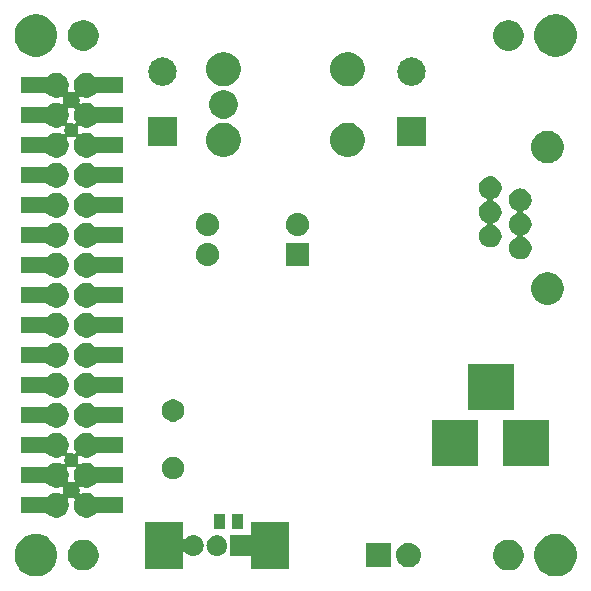
<source format=gbs>
G04 #@! TF.GenerationSoftware,KiCad,Pcbnew,(5.0.2)-1*
G04 #@! TF.CreationDate,2019-02-20T01:19:10+09:00*
G04 #@! TF.ProjectId,M5Hackfon,4d354861-636b-4666-9f6e-2e6b69636164,v1.2*
G04 #@! TF.SameCoordinates,Original*
G04 #@! TF.FileFunction,Soldermask,Bot*
G04 #@! TF.FilePolarity,Negative*
%FSLAX46Y46*%
G04 Gerber Fmt 4.6, Leading zero omitted, Abs format (unit mm)*
G04 Created by KiCad (PCBNEW (5.0.2)-1) date 2019/02/20 1:19:10*
%MOMM*%
%LPD*%
G01*
G04 APERTURE LIST*
%ADD10C,0.100000*%
G04 APERTURE END LIST*
D10*
G36*
X151367494Y-128237835D02*
X151525041Y-128269173D01*
X151852620Y-128404861D01*
X152081856Y-128558032D01*
X152147436Y-128601851D01*
X152398149Y-128852564D01*
X152398151Y-128852567D01*
X152595139Y-129147380D01*
X152705506Y-129413828D01*
X152730827Y-129474960D01*
X152799852Y-129821968D01*
X152800000Y-129822716D01*
X152800000Y-130177284D01*
X152730827Y-130525041D01*
X152595139Y-130852620D01*
X152473405Y-131034807D01*
X152398149Y-131147436D01*
X152147436Y-131398149D01*
X152147433Y-131398151D01*
X151852620Y-131595139D01*
X151525041Y-131730827D01*
X151409122Y-131753885D01*
X151177286Y-131800000D01*
X150822714Y-131800000D01*
X150590878Y-131753885D01*
X150474959Y-131730827D01*
X150147380Y-131595139D01*
X149852567Y-131398151D01*
X149852564Y-131398149D01*
X149601851Y-131147436D01*
X149526595Y-131034807D01*
X149404861Y-130852620D01*
X149269173Y-130525041D01*
X149200000Y-130177284D01*
X149200000Y-129822716D01*
X149200149Y-129821968D01*
X149269173Y-129474960D01*
X149294495Y-129413828D01*
X149404861Y-129147380D01*
X149601849Y-128852567D01*
X149601851Y-128852564D01*
X149852564Y-128601851D01*
X149918144Y-128558032D01*
X150147380Y-128404861D01*
X150474959Y-128269173D01*
X150632506Y-128237835D01*
X150822714Y-128200000D01*
X151177286Y-128200000D01*
X151367494Y-128237835D01*
X151367494Y-128237835D01*
G37*
G36*
X107367494Y-128237835D02*
X107525041Y-128269173D01*
X107852620Y-128404861D01*
X108081856Y-128558032D01*
X108147436Y-128601851D01*
X108398149Y-128852564D01*
X108398151Y-128852567D01*
X108595139Y-129147380D01*
X108705506Y-129413828D01*
X108730827Y-129474960D01*
X108799852Y-129821968D01*
X108800000Y-129822716D01*
X108800000Y-130177284D01*
X108730827Y-130525041D01*
X108595139Y-130852620D01*
X108473405Y-131034807D01*
X108398149Y-131147436D01*
X108147436Y-131398149D01*
X108147433Y-131398151D01*
X107852620Y-131595139D01*
X107525041Y-131730827D01*
X107409122Y-131753885D01*
X107177286Y-131800000D01*
X106822714Y-131800000D01*
X106590878Y-131753885D01*
X106474959Y-131730827D01*
X106147380Y-131595139D01*
X105852567Y-131398151D01*
X105852564Y-131398149D01*
X105601851Y-131147436D01*
X105526595Y-131034807D01*
X105404861Y-130852620D01*
X105269173Y-130525041D01*
X105200000Y-130177284D01*
X105200000Y-129822716D01*
X105200149Y-129821968D01*
X105269173Y-129474960D01*
X105294495Y-129413828D01*
X105404861Y-129147380D01*
X105601849Y-128852567D01*
X105601851Y-128852564D01*
X105852564Y-128601851D01*
X105918144Y-128558032D01*
X106147380Y-128404861D01*
X106474959Y-128269173D01*
X106632506Y-128237835D01*
X106822714Y-128200000D01*
X107177286Y-128200000D01*
X107367494Y-128237835D01*
X107367494Y-128237835D01*
G37*
G36*
X111379196Y-128749958D02*
X111615780Y-128847954D01*
X111828705Y-128990226D01*
X112009774Y-129171295D01*
X112152046Y-129384220D01*
X112250042Y-129620804D01*
X112300000Y-129871960D01*
X112300000Y-130128040D01*
X112250042Y-130379196D01*
X112152046Y-130615780D01*
X112009774Y-130828705D01*
X111828705Y-131009774D01*
X111615780Y-131152046D01*
X111379196Y-131250042D01*
X111128040Y-131300000D01*
X110871960Y-131300000D01*
X110620804Y-131250042D01*
X110384220Y-131152046D01*
X110171295Y-131009774D01*
X109990226Y-130828705D01*
X109847954Y-130615780D01*
X109749958Y-130379196D01*
X109700000Y-130128040D01*
X109700000Y-129871960D01*
X109749958Y-129620804D01*
X109847954Y-129384220D01*
X109990226Y-129171295D01*
X110171295Y-128990226D01*
X110384220Y-128847954D01*
X110620804Y-128749958D01*
X110871960Y-128700000D01*
X111128040Y-128700000D01*
X111379196Y-128749958D01*
X111379196Y-128749958D01*
G37*
G36*
X147379196Y-128749958D02*
X147615780Y-128847954D01*
X147828705Y-128990226D01*
X148009774Y-129171295D01*
X148152046Y-129384220D01*
X148250042Y-129620804D01*
X148300000Y-129871960D01*
X148300000Y-130128040D01*
X148250042Y-130379196D01*
X148152046Y-130615780D01*
X148009774Y-130828705D01*
X147828705Y-131009774D01*
X147615780Y-131152046D01*
X147379196Y-131250042D01*
X147128040Y-131300000D01*
X146871960Y-131300000D01*
X146620804Y-131250042D01*
X146384220Y-131152046D01*
X146171295Y-131009774D01*
X145990226Y-130828705D01*
X145847954Y-130615780D01*
X145749958Y-130379196D01*
X145700000Y-130128040D01*
X145700000Y-129871960D01*
X145749958Y-129620804D01*
X145847954Y-129384220D01*
X145990226Y-129171295D01*
X146171295Y-128990226D01*
X146384220Y-128847954D01*
X146620804Y-128749958D01*
X146871960Y-128700000D01*
X147128040Y-128700000D01*
X147379196Y-128749958D01*
X147379196Y-128749958D01*
G37*
G36*
X128420000Y-131140000D02*
X125220000Y-131140000D01*
X125220000Y-130190000D01*
X125217598Y-130165614D01*
X125210485Y-130142165D01*
X125198934Y-130120554D01*
X125183388Y-130101612D01*
X125164446Y-130086066D01*
X125142835Y-130074515D01*
X125119386Y-130067402D01*
X125095000Y-130065000D01*
X123445000Y-130065000D01*
X123445000Y-129239120D01*
X123442598Y-129214734D01*
X123435485Y-129191285D01*
X123434518Y-129189476D01*
X123439618Y-129177165D01*
X123445000Y-129140880D01*
X123445000Y-128315000D01*
X125095000Y-128315000D01*
X125119386Y-128312598D01*
X125142835Y-128305485D01*
X125164446Y-128293934D01*
X125183388Y-128278388D01*
X125198934Y-128259446D01*
X125210485Y-128237835D01*
X125217598Y-128214386D01*
X125220000Y-128190000D01*
X125220000Y-127240000D01*
X128420000Y-127240000D01*
X128420000Y-131140000D01*
X128420000Y-131140000D01*
G37*
G36*
X119420000Y-128558032D02*
X119422402Y-128582418D01*
X119429515Y-128605867D01*
X119441066Y-128627478D01*
X119456612Y-128646420D01*
X119475554Y-128661966D01*
X119497165Y-128673517D01*
X119520614Y-128680630D01*
X119545000Y-128683032D01*
X119569386Y-128680630D01*
X119592835Y-128673517D01*
X119614446Y-128661966D01*
X119633388Y-128646420D01*
X119641615Y-128637344D01*
X119698288Y-128568288D01*
X119831524Y-128458944D01*
X119932863Y-128404778D01*
X119983531Y-128377695D01*
X120038511Y-128361017D01*
X120148470Y-128327661D01*
X120234171Y-128319220D01*
X120277020Y-128315000D01*
X120362980Y-128315000D01*
X120405829Y-128319220D01*
X120491530Y-128327661D01*
X120601489Y-128361017D01*
X120656469Y-128377695D01*
X120707137Y-128404778D01*
X120808476Y-128458944D01*
X120941712Y-128568288D01*
X121051056Y-128701524D01*
X121076944Y-128749958D01*
X121132305Y-128853531D01*
X121132305Y-128853532D01*
X121182339Y-129018470D01*
X121182339Y-129018472D01*
X121195602Y-129153132D01*
X121200383Y-129177166D01*
X121205699Y-129190000D01*
X121200382Y-129202835D01*
X121195602Y-129226868D01*
X121182339Y-129361530D01*
X121166474Y-129413828D01*
X121132305Y-129526469D01*
X121105222Y-129577137D01*
X121051056Y-129678476D01*
X120941712Y-129811712D01*
X120808476Y-129921056D01*
X120707137Y-129975222D01*
X120656469Y-130002305D01*
X120601489Y-130018983D01*
X120491530Y-130052339D01*
X120405829Y-130060780D01*
X120362980Y-130065000D01*
X120277020Y-130065000D01*
X120234171Y-130060780D01*
X120148470Y-130052339D01*
X120038511Y-130018983D01*
X119983531Y-130002305D01*
X119932863Y-129975222D01*
X119831524Y-129921056D01*
X119698288Y-129811712D01*
X119641621Y-129742663D01*
X119624300Y-129725342D01*
X119603925Y-129711728D01*
X119581286Y-129702351D01*
X119557253Y-129697570D01*
X119532748Y-129697570D01*
X119508715Y-129702350D01*
X119486076Y-129711728D01*
X119465701Y-129725341D01*
X119448374Y-129742668D01*
X119434760Y-129763043D01*
X119425383Y-129785682D01*
X119420602Y-129809715D01*
X119420000Y-129821968D01*
X119420000Y-131140000D01*
X116220000Y-131140000D01*
X116220000Y-127240000D01*
X119420000Y-127240000D01*
X119420000Y-128558032D01*
X119420000Y-128558032D01*
G37*
G36*
X137050000Y-131050000D02*
X134950000Y-131050000D01*
X134950000Y-128950000D01*
X137050000Y-128950000D01*
X137050000Y-131050000D01*
X137050000Y-131050000D01*
G37*
G36*
X138668707Y-128957597D02*
X138745836Y-128965193D01*
X138877787Y-129005220D01*
X138943763Y-129025233D01*
X139126172Y-129122733D01*
X139286054Y-129253946D01*
X139417267Y-129413828D01*
X139514767Y-129596237D01*
X139514767Y-129596238D01*
X139574807Y-129794164D01*
X139595080Y-130000000D01*
X139574807Y-130205836D01*
X139534780Y-130337787D01*
X139514767Y-130403763D01*
X139417267Y-130586172D01*
X139286054Y-130746054D01*
X139126172Y-130877267D01*
X138943763Y-130974767D01*
X138877787Y-130994780D01*
X138745836Y-131034807D01*
X138668707Y-131042403D01*
X138591580Y-131050000D01*
X138488420Y-131050000D01*
X138411293Y-131042403D01*
X138334164Y-131034807D01*
X138202213Y-130994780D01*
X138136237Y-130974767D01*
X137953828Y-130877267D01*
X137793946Y-130746054D01*
X137662733Y-130586172D01*
X137565233Y-130403763D01*
X137545220Y-130337787D01*
X137505193Y-130205836D01*
X137484920Y-130000000D01*
X137505193Y-129794164D01*
X137565233Y-129596238D01*
X137565233Y-129596237D01*
X137662733Y-129413828D01*
X137793946Y-129253946D01*
X137953828Y-129122733D01*
X138136237Y-129025233D01*
X138202213Y-129005220D01*
X138334164Y-128965193D01*
X138411293Y-128957597D01*
X138488420Y-128950000D01*
X138591580Y-128950000D01*
X138668707Y-128957597D01*
X138668707Y-128957597D01*
G37*
G36*
X122405829Y-128319220D02*
X122491530Y-128327661D01*
X122601489Y-128361017D01*
X122656469Y-128377695D01*
X122707137Y-128404778D01*
X122808476Y-128458944D01*
X122941712Y-128568288D01*
X123051056Y-128701524D01*
X123076944Y-128749958D01*
X123132305Y-128853531D01*
X123132305Y-128853532D01*
X123182339Y-129018470D01*
X123182339Y-129018472D01*
X123195602Y-129153132D01*
X123200383Y-129177166D01*
X123205482Y-129189476D01*
X123204515Y-129191285D01*
X123195602Y-129226868D01*
X123182339Y-129361530D01*
X123166474Y-129413828D01*
X123132305Y-129526469D01*
X123105222Y-129577137D01*
X123051056Y-129678476D01*
X122941712Y-129811712D01*
X122808476Y-129921056D01*
X122707137Y-129975222D01*
X122656469Y-130002305D01*
X122601489Y-130018983D01*
X122491530Y-130052339D01*
X122405829Y-130060780D01*
X122362980Y-130065000D01*
X122277020Y-130065000D01*
X122234171Y-130060780D01*
X122148470Y-130052339D01*
X122038511Y-130018983D01*
X121983531Y-130002305D01*
X121932863Y-129975222D01*
X121831524Y-129921056D01*
X121698288Y-129811712D01*
X121588944Y-129678476D01*
X121534778Y-129577137D01*
X121507695Y-129526469D01*
X121473526Y-129413828D01*
X121457661Y-129361530D01*
X121444398Y-129226868D01*
X121439617Y-129202834D01*
X121434301Y-129190000D01*
X121439618Y-129177165D01*
X121444398Y-129153132D01*
X121457661Y-129018472D01*
X121457661Y-129018470D01*
X121507695Y-128853532D01*
X121507695Y-128853531D01*
X121563056Y-128749958D01*
X121588944Y-128701524D01*
X121698288Y-128568288D01*
X121831524Y-128458944D01*
X121932863Y-128404778D01*
X121983531Y-128377695D01*
X122038511Y-128361017D01*
X122148470Y-128327661D01*
X122234171Y-128319220D01*
X122277020Y-128315000D01*
X122362980Y-128315000D01*
X122405829Y-128319220D01*
X122405829Y-128319220D01*
G37*
G36*
X123004000Y-127808000D02*
X122104000Y-127808000D01*
X122104000Y-126508000D01*
X123004000Y-126508000D01*
X123004000Y-127808000D01*
X123004000Y-127808000D01*
G37*
G36*
X124504000Y-127808000D02*
X123604000Y-127808000D01*
X123604000Y-126508000D01*
X124504000Y-126508000D01*
X124504000Y-127808000D01*
X124504000Y-127808000D01*
G37*
G36*
X108855888Y-119654470D02*
X109036274Y-119690350D01*
X109227362Y-119769502D01*
X109399336Y-119884411D01*
X109545589Y-120030664D01*
X109660498Y-120202638D01*
X109739650Y-120393726D01*
X109780000Y-120596584D01*
X109780000Y-120803416D01*
X109739650Y-121006274D01*
X109660498Y-121197362D01*
X109645679Y-121219540D01*
X109634133Y-121241142D01*
X109627020Y-121264591D01*
X109624618Y-121288977D01*
X109627020Y-121313363D01*
X109634133Y-121336812D01*
X109645684Y-121358423D01*
X109661230Y-121377365D01*
X109680172Y-121392911D01*
X109701783Y-121404462D01*
X109725232Y-121411575D01*
X109749618Y-121413977D01*
X109774004Y-121411575D01*
X109797454Y-121404462D01*
X109803751Y-121401854D01*
X109824986Y-121393058D01*
X109824987Y-121393058D01*
X109824989Y-121393057D01*
X109940904Y-121370000D01*
X110059096Y-121370000D01*
X110175011Y-121393057D01*
X110175013Y-121393058D01*
X110175014Y-121393058D01*
X110196249Y-121401854D01*
X110202546Y-121404462D01*
X110225995Y-121411575D01*
X110250381Y-121413977D01*
X110274768Y-121411575D01*
X110298217Y-121404462D01*
X110319828Y-121392911D01*
X110338770Y-121377366D01*
X110354315Y-121358424D01*
X110365867Y-121336813D01*
X110372980Y-121313364D01*
X110375382Y-121288978D01*
X110372980Y-121264591D01*
X110365867Y-121241142D01*
X110354321Y-121219540D01*
X110339502Y-121197362D01*
X110260350Y-121006274D01*
X110220000Y-120803416D01*
X110220000Y-120596584D01*
X110260350Y-120393726D01*
X110339502Y-120202638D01*
X110454411Y-120030664D01*
X110600664Y-119884411D01*
X110772638Y-119769502D01*
X110963726Y-119690350D01*
X111144112Y-119654470D01*
X111166583Y-119650000D01*
X111373417Y-119650000D01*
X111395888Y-119654470D01*
X111576274Y-119690350D01*
X111767362Y-119769502D01*
X111939336Y-119884411D01*
X112018313Y-119963388D01*
X112037255Y-119978934D01*
X112058866Y-119990485D01*
X112082315Y-119997598D01*
X112106701Y-120000000D01*
X114330000Y-120000000D01*
X114330000Y-121400000D01*
X112106701Y-121400000D01*
X112082315Y-121402402D01*
X112058866Y-121409515D01*
X112037255Y-121421066D01*
X112018313Y-121436612D01*
X111939336Y-121515589D01*
X111767362Y-121630498D01*
X111576274Y-121709650D01*
X111395888Y-121745530D01*
X111373417Y-121750000D01*
X111166583Y-121750000D01*
X111144112Y-121745530D01*
X110963726Y-121709650D01*
X110772638Y-121630498D01*
X110750460Y-121615679D01*
X110728858Y-121604133D01*
X110705409Y-121597020D01*
X110681023Y-121594618D01*
X110656637Y-121597020D01*
X110633188Y-121604133D01*
X110611577Y-121615684D01*
X110592635Y-121631230D01*
X110577089Y-121650172D01*
X110565538Y-121671783D01*
X110558425Y-121695232D01*
X110556023Y-121719618D01*
X110558425Y-121744004D01*
X110565538Y-121767454D01*
X110576943Y-121794989D01*
X110600000Y-121910904D01*
X110600000Y-122029096D01*
X110576943Y-122145011D01*
X110565538Y-122172546D01*
X110558425Y-122195995D01*
X110556023Y-122220381D01*
X110558425Y-122244768D01*
X110565538Y-122268217D01*
X110577089Y-122289828D01*
X110592634Y-122308770D01*
X110611576Y-122324315D01*
X110633187Y-122335867D01*
X110656636Y-122342980D01*
X110681022Y-122345382D01*
X110705409Y-122342980D01*
X110728858Y-122335867D01*
X110750460Y-122324321D01*
X110772638Y-122309502D01*
X110963726Y-122230350D01*
X111144112Y-122194470D01*
X111166583Y-122190000D01*
X111373417Y-122190000D01*
X111395888Y-122194470D01*
X111576274Y-122230350D01*
X111767362Y-122309502D01*
X111939336Y-122424411D01*
X112018313Y-122503388D01*
X112037255Y-122518934D01*
X112058866Y-122530485D01*
X112082315Y-122537598D01*
X112106701Y-122540000D01*
X114330000Y-122540000D01*
X114330000Y-123940000D01*
X112106701Y-123940000D01*
X112082315Y-123942402D01*
X112058866Y-123949515D01*
X112037255Y-123961066D01*
X112018313Y-123976612D01*
X111939336Y-124055589D01*
X111767362Y-124170498D01*
X111576274Y-124249650D01*
X111395888Y-124285530D01*
X111373417Y-124290000D01*
X111166583Y-124290000D01*
X111144112Y-124285530D01*
X110963726Y-124249650D01*
X110850871Y-124202903D01*
X110827437Y-124195795D01*
X110803050Y-124193393D01*
X110778664Y-124195795D01*
X110755215Y-124202908D01*
X110733604Y-124214459D01*
X110714662Y-124230004D01*
X110699117Y-124248946D01*
X110687565Y-124270557D01*
X110680452Y-124294006D01*
X110678050Y-124318393D01*
X110680452Y-124342779D01*
X110700000Y-124441055D01*
X110700000Y-124578945D01*
X110680452Y-124677221D01*
X110678050Y-124701607D01*
X110680452Y-124725994D01*
X110687565Y-124749443D01*
X110699117Y-124771054D01*
X110714662Y-124789996D01*
X110733604Y-124805541D01*
X110755215Y-124817092D01*
X110778664Y-124824205D01*
X110803050Y-124826607D01*
X110827437Y-124824205D01*
X110850871Y-124817097D01*
X110963726Y-124770350D01*
X111144112Y-124734470D01*
X111166583Y-124730000D01*
X111373417Y-124730000D01*
X111395888Y-124734470D01*
X111576274Y-124770350D01*
X111767362Y-124849502D01*
X111939336Y-124964411D01*
X112018313Y-125043388D01*
X112037255Y-125058934D01*
X112058866Y-125070485D01*
X112082315Y-125077598D01*
X112106701Y-125080000D01*
X114330000Y-125080000D01*
X114330000Y-126480000D01*
X112106701Y-126480000D01*
X112082315Y-126482402D01*
X112058866Y-126489515D01*
X112037255Y-126501066D01*
X112018313Y-126516612D01*
X111939336Y-126595589D01*
X111767362Y-126710498D01*
X111576274Y-126789650D01*
X111395888Y-126825530D01*
X111373417Y-126830000D01*
X111166583Y-126830000D01*
X111144112Y-126825530D01*
X110963726Y-126789650D01*
X110772638Y-126710498D01*
X110600664Y-126595589D01*
X110454411Y-126449336D01*
X110339502Y-126277362D01*
X110260350Y-126086274D01*
X110220000Y-125883416D01*
X110220000Y-125676584D01*
X110260350Y-125473726D01*
X110307097Y-125360871D01*
X110314205Y-125337437D01*
X110316607Y-125313050D01*
X110314205Y-125288664D01*
X110307092Y-125265215D01*
X110295541Y-125243604D01*
X110279996Y-125224662D01*
X110261054Y-125209117D01*
X110239443Y-125197565D01*
X110215994Y-125190452D01*
X110191607Y-125188050D01*
X110167221Y-125190452D01*
X110068945Y-125210000D01*
X109931055Y-125210000D01*
X109832779Y-125190452D01*
X109808393Y-125188050D01*
X109784006Y-125190452D01*
X109760557Y-125197565D01*
X109738946Y-125209117D01*
X109720004Y-125224662D01*
X109704459Y-125243604D01*
X109692908Y-125265215D01*
X109685795Y-125288664D01*
X109683393Y-125313050D01*
X109685795Y-125337437D01*
X109692903Y-125360871D01*
X109739650Y-125473726D01*
X109780000Y-125676584D01*
X109780000Y-125883416D01*
X109739650Y-126086274D01*
X109660498Y-126277362D01*
X109545589Y-126449336D01*
X109399336Y-126595589D01*
X109227362Y-126710498D01*
X109036274Y-126789650D01*
X108855888Y-126825530D01*
X108833417Y-126830000D01*
X108626583Y-126830000D01*
X108604112Y-126825530D01*
X108423726Y-126789650D01*
X108232638Y-126710498D01*
X108060664Y-126595589D01*
X107981687Y-126516612D01*
X107962745Y-126501066D01*
X107941134Y-126489515D01*
X107917685Y-126482402D01*
X107893299Y-126480000D01*
X105700000Y-126480000D01*
X105700000Y-125080000D01*
X107893299Y-125080000D01*
X107917685Y-125077598D01*
X107941134Y-125070485D01*
X107962745Y-125058934D01*
X107981687Y-125043388D01*
X108060664Y-124964411D01*
X108232638Y-124849502D01*
X108423726Y-124770350D01*
X108604112Y-124734470D01*
X108626583Y-124730000D01*
X108833417Y-124730000D01*
X108855888Y-124734470D01*
X109036274Y-124770350D01*
X109149129Y-124817097D01*
X109172563Y-124824205D01*
X109196950Y-124826607D01*
X109221336Y-124824205D01*
X109244785Y-124817092D01*
X109266396Y-124805541D01*
X109285338Y-124789996D01*
X109300883Y-124771054D01*
X109312435Y-124749443D01*
X109319548Y-124725994D01*
X109321950Y-124701607D01*
X109319548Y-124677221D01*
X109300000Y-124578945D01*
X109300000Y-124441055D01*
X109319548Y-124342779D01*
X109321950Y-124318393D01*
X109319548Y-124294006D01*
X109312435Y-124270557D01*
X109300883Y-124248946D01*
X109285338Y-124230004D01*
X109266396Y-124214459D01*
X109244785Y-124202908D01*
X109221336Y-124195795D01*
X109196950Y-124193393D01*
X109172563Y-124195795D01*
X109149129Y-124202903D01*
X109036274Y-124249650D01*
X108855888Y-124285530D01*
X108833417Y-124290000D01*
X108626583Y-124290000D01*
X108604112Y-124285530D01*
X108423726Y-124249650D01*
X108232638Y-124170498D01*
X108060664Y-124055589D01*
X107981687Y-123976612D01*
X107962745Y-123961066D01*
X107941134Y-123949515D01*
X107917685Y-123942402D01*
X107893299Y-123940000D01*
X105700000Y-123940000D01*
X105700000Y-122651022D01*
X109624618Y-122651022D01*
X109627020Y-122675409D01*
X109634133Y-122698858D01*
X109645679Y-122720460D01*
X109660498Y-122742638D01*
X109739650Y-122933726D01*
X109780000Y-123136584D01*
X109780000Y-123343416D01*
X109739650Y-123546274D01*
X109692903Y-123659129D01*
X109685795Y-123682563D01*
X109683393Y-123706950D01*
X109685795Y-123731336D01*
X109692908Y-123754785D01*
X109704459Y-123776396D01*
X109720004Y-123795338D01*
X109738946Y-123810883D01*
X109760557Y-123822435D01*
X109784006Y-123829548D01*
X109808393Y-123831950D01*
X109832779Y-123829548D01*
X109931055Y-123810000D01*
X110068945Y-123810000D01*
X110167221Y-123829548D01*
X110191607Y-123831950D01*
X110215994Y-123829548D01*
X110239443Y-123822435D01*
X110261054Y-123810883D01*
X110279996Y-123795338D01*
X110295541Y-123776396D01*
X110307092Y-123754785D01*
X110314205Y-123731336D01*
X110316607Y-123706950D01*
X110314205Y-123682563D01*
X110307097Y-123659129D01*
X110260350Y-123546274D01*
X110220000Y-123343416D01*
X110220000Y-123136584D01*
X110260350Y-122933726D01*
X110339502Y-122742638D01*
X110354321Y-122720460D01*
X110365867Y-122698858D01*
X110372980Y-122675409D01*
X110375382Y-122651023D01*
X110372980Y-122626637D01*
X110365867Y-122603188D01*
X110354316Y-122581577D01*
X110338770Y-122562635D01*
X110319828Y-122547089D01*
X110298217Y-122535538D01*
X110274768Y-122528425D01*
X110250382Y-122526023D01*
X110225996Y-122528425D01*
X110202545Y-122535538D01*
X110175014Y-122546942D01*
X110175013Y-122546942D01*
X110175011Y-122546943D01*
X110059096Y-122570000D01*
X109940904Y-122570000D01*
X109824989Y-122546943D01*
X109824987Y-122546942D01*
X109824986Y-122546942D01*
X109797455Y-122535538D01*
X109774005Y-122528425D01*
X109749619Y-122526023D01*
X109725232Y-122528425D01*
X109701783Y-122535538D01*
X109680172Y-122547089D01*
X109661230Y-122562634D01*
X109645685Y-122581576D01*
X109634133Y-122603187D01*
X109627020Y-122626636D01*
X109624618Y-122651022D01*
X105700000Y-122651022D01*
X105700000Y-122540000D01*
X107893299Y-122540000D01*
X107917685Y-122537598D01*
X107941134Y-122530485D01*
X107962745Y-122518934D01*
X107981687Y-122503388D01*
X108060664Y-122424411D01*
X108232638Y-122309502D01*
X108423726Y-122230350D01*
X108604112Y-122194470D01*
X108626583Y-122190000D01*
X108833417Y-122190000D01*
X108855888Y-122194470D01*
X109036274Y-122230350D01*
X109227362Y-122309502D01*
X109249540Y-122324321D01*
X109271142Y-122335867D01*
X109294591Y-122342980D01*
X109318977Y-122345382D01*
X109343363Y-122342980D01*
X109366812Y-122335867D01*
X109388423Y-122324316D01*
X109407365Y-122308770D01*
X109422911Y-122289828D01*
X109434462Y-122268217D01*
X109441575Y-122244768D01*
X109443977Y-122220382D01*
X109441575Y-122195996D01*
X109434462Y-122172546D01*
X109423057Y-122145011D01*
X109400000Y-122029096D01*
X109400000Y-121910904D01*
X109423057Y-121794989D01*
X109434462Y-121767454D01*
X109441575Y-121744005D01*
X109443977Y-121719619D01*
X109441575Y-121695232D01*
X109434462Y-121671783D01*
X109422911Y-121650172D01*
X109407366Y-121631230D01*
X109388424Y-121615685D01*
X109366813Y-121604133D01*
X109343364Y-121597020D01*
X109318978Y-121594618D01*
X109294591Y-121597020D01*
X109271142Y-121604133D01*
X109249540Y-121615679D01*
X109227362Y-121630498D01*
X109036274Y-121709650D01*
X108855888Y-121745530D01*
X108833417Y-121750000D01*
X108626583Y-121750000D01*
X108604112Y-121745530D01*
X108423726Y-121709650D01*
X108232638Y-121630498D01*
X108060664Y-121515589D01*
X107981687Y-121436612D01*
X107962745Y-121421066D01*
X107941134Y-121409515D01*
X107917685Y-121402402D01*
X107893299Y-121400000D01*
X105700000Y-121400000D01*
X105700000Y-120000000D01*
X107893299Y-120000000D01*
X107917685Y-119997598D01*
X107941134Y-119990485D01*
X107962745Y-119978934D01*
X107981687Y-119963388D01*
X108060664Y-119884411D01*
X108232638Y-119769502D01*
X108423726Y-119690350D01*
X108604112Y-119654470D01*
X108626583Y-119650000D01*
X108833417Y-119650000D01*
X108855888Y-119654470D01*
X108855888Y-119654470D01*
G37*
G36*
X118724870Y-121695232D02*
X118882105Y-121726508D01*
X119054994Y-121798121D01*
X119210590Y-121902087D01*
X119342913Y-122034410D01*
X119446879Y-122190006D01*
X119518492Y-122362895D01*
X119530728Y-122424411D01*
X119553721Y-122540000D01*
X119555000Y-122546433D01*
X119555000Y-122733567D01*
X119518492Y-122917105D01*
X119446879Y-123089994D01*
X119342913Y-123245590D01*
X119210590Y-123377913D01*
X119054994Y-123481879D01*
X118882105Y-123553492D01*
X118744451Y-123580873D01*
X118698568Y-123590000D01*
X118511432Y-123590000D01*
X118465549Y-123580873D01*
X118327895Y-123553492D01*
X118155006Y-123481879D01*
X117999410Y-123377913D01*
X117867087Y-123245590D01*
X117763121Y-123089994D01*
X117691508Y-122917105D01*
X117655000Y-122733567D01*
X117655000Y-122546433D01*
X117656280Y-122540000D01*
X117679272Y-122424411D01*
X117691508Y-122362895D01*
X117763121Y-122190006D01*
X117867087Y-122034410D01*
X117999410Y-121902087D01*
X118155006Y-121798121D01*
X118327895Y-121726508D01*
X118485130Y-121695232D01*
X118511432Y-121690000D01*
X118698568Y-121690000D01*
X118724870Y-121695232D01*
X118724870Y-121695232D01*
G37*
G36*
X150450000Y-122450000D02*
X146550000Y-122450000D01*
X146550000Y-118550000D01*
X150450000Y-118550000D01*
X150450000Y-122450000D01*
X150450000Y-122450000D01*
G37*
G36*
X144450000Y-122450000D02*
X140550000Y-122450000D01*
X140550000Y-118550000D01*
X144450000Y-118550000D01*
X144450000Y-122450000D01*
X144450000Y-122450000D01*
G37*
G36*
X111395888Y-117114470D02*
X111576274Y-117150350D01*
X111767362Y-117229502D01*
X111939336Y-117344411D01*
X112018313Y-117423388D01*
X112037255Y-117438934D01*
X112058866Y-117450485D01*
X112082315Y-117457598D01*
X112106701Y-117460000D01*
X114330000Y-117460000D01*
X114330000Y-118860000D01*
X112106701Y-118860000D01*
X112082315Y-118862402D01*
X112058866Y-118869515D01*
X112037255Y-118881066D01*
X112018313Y-118896612D01*
X111939336Y-118975589D01*
X111767362Y-119090498D01*
X111576274Y-119169650D01*
X111395888Y-119205530D01*
X111373417Y-119210000D01*
X111166583Y-119210000D01*
X111144112Y-119205530D01*
X110963726Y-119169650D01*
X110772638Y-119090498D01*
X110600664Y-118975589D01*
X110454411Y-118829336D01*
X110339502Y-118657362D01*
X110260350Y-118466274D01*
X110220000Y-118263416D01*
X110220000Y-118056584D01*
X110223875Y-118037105D01*
X110224470Y-118034112D01*
X110260350Y-117853726D01*
X110339502Y-117662638D01*
X110454411Y-117490664D01*
X110600664Y-117344411D01*
X110772638Y-117229502D01*
X110963726Y-117150350D01*
X111144112Y-117114470D01*
X111166583Y-117110000D01*
X111373417Y-117110000D01*
X111395888Y-117114470D01*
X111395888Y-117114470D01*
G37*
G36*
X108855888Y-117114470D02*
X109036274Y-117150350D01*
X109227362Y-117229502D01*
X109399336Y-117344411D01*
X109545589Y-117490664D01*
X109660498Y-117662638D01*
X109739650Y-117853726D01*
X109775530Y-118034112D01*
X109776126Y-118037105D01*
X109780000Y-118056584D01*
X109780000Y-118263416D01*
X109739650Y-118466274D01*
X109660498Y-118657362D01*
X109545589Y-118829336D01*
X109399336Y-118975589D01*
X109227362Y-119090498D01*
X109036274Y-119169650D01*
X108855888Y-119205530D01*
X108833417Y-119210000D01*
X108626583Y-119210000D01*
X108604112Y-119205530D01*
X108423726Y-119169650D01*
X108232638Y-119090498D01*
X108060664Y-118975589D01*
X107981687Y-118896612D01*
X107962745Y-118881066D01*
X107941134Y-118869515D01*
X107917685Y-118862402D01*
X107893299Y-118860000D01*
X105700000Y-118860000D01*
X105700000Y-117460000D01*
X107893299Y-117460000D01*
X107917685Y-117457598D01*
X107941134Y-117450485D01*
X107962745Y-117438934D01*
X107981687Y-117423388D01*
X108060664Y-117344411D01*
X108232638Y-117229502D01*
X108423726Y-117150350D01*
X108604112Y-117114470D01*
X108626583Y-117110000D01*
X108833417Y-117110000D01*
X108855888Y-117114470D01*
X108855888Y-117114470D01*
G37*
G36*
X118744451Y-116819127D02*
X118882105Y-116846508D01*
X119054994Y-116918121D01*
X119210590Y-117022087D01*
X119342913Y-117154410D01*
X119446879Y-117310006D01*
X119518492Y-117482895D01*
X119520037Y-117490664D01*
X119555000Y-117666432D01*
X119555000Y-117853568D01*
X119554968Y-117853729D01*
X119518492Y-118037105D01*
X119446879Y-118209994D01*
X119342913Y-118365590D01*
X119210590Y-118497913D01*
X119054994Y-118601879D01*
X118882105Y-118673492D01*
X118744452Y-118700873D01*
X118698568Y-118710000D01*
X118511432Y-118710000D01*
X118465548Y-118700873D01*
X118327895Y-118673492D01*
X118155006Y-118601879D01*
X117999410Y-118497913D01*
X117867087Y-118365590D01*
X117763121Y-118209994D01*
X117691508Y-118037105D01*
X117655032Y-117853729D01*
X117655000Y-117853568D01*
X117655000Y-117666432D01*
X117689963Y-117490664D01*
X117691508Y-117482895D01*
X117763121Y-117310006D01*
X117867087Y-117154410D01*
X117999410Y-117022087D01*
X118155006Y-116918121D01*
X118327895Y-116846508D01*
X118465549Y-116819127D01*
X118511432Y-116810000D01*
X118698568Y-116810000D01*
X118744451Y-116819127D01*
X118744451Y-116819127D01*
G37*
G36*
X147450000Y-117750000D02*
X143550000Y-117750000D01*
X143550000Y-113850000D01*
X147450000Y-113850000D01*
X147450000Y-117750000D01*
X147450000Y-117750000D01*
G37*
G36*
X111395888Y-114574470D02*
X111576274Y-114610350D01*
X111767362Y-114689502D01*
X111939336Y-114804411D01*
X112018313Y-114883388D01*
X112037255Y-114898934D01*
X112058866Y-114910485D01*
X112082315Y-114917598D01*
X112106701Y-114920000D01*
X114330000Y-114920000D01*
X114330000Y-116320000D01*
X112106701Y-116320000D01*
X112082315Y-116322402D01*
X112058866Y-116329515D01*
X112037255Y-116341066D01*
X112018313Y-116356612D01*
X111939336Y-116435589D01*
X111767362Y-116550498D01*
X111576274Y-116629650D01*
X111395888Y-116665530D01*
X111373417Y-116670000D01*
X111166583Y-116670000D01*
X111144112Y-116665530D01*
X110963726Y-116629650D01*
X110772638Y-116550498D01*
X110600664Y-116435589D01*
X110454411Y-116289336D01*
X110339502Y-116117362D01*
X110260350Y-115926274D01*
X110220000Y-115723416D01*
X110220000Y-115516584D01*
X110260350Y-115313726D01*
X110339502Y-115122638D01*
X110454411Y-114950664D01*
X110600664Y-114804411D01*
X110772638Y-114689502D01*
X110963726Y-114610350D01*
X111144112Y-114574470D01*
X111166583Y-114570000D01*
X111373417Y-114570000D01*
X111395888Y-114574470D01*
X111395888Y-114574470D01*
G37*
G36*
X108855888Y-114574470D02*
X109036274Y-114610350D01*
X109227362Y-114689502D01*
X109399336Y-114804411D01*
X109545589Y-114950664D01*
X109660498Y-115122638D01*
X109739650Y-115313726D01*
X109780000Y-115516584D01*
X109780000Y-115723416D01*
X109739650Y-115926274D01*
X109660498Y-116117362D01*
X109545589Y-116289336D01*
X109399336Y-116435589D01*
X109227362Y-116550498D01*
X109036274Y-116629650D01*
X108855888Y-116665530D01*
X108833417Y-116670000D01*
X108626583Y-116670000D01*
X108604112Y-116665530D01*
X108423726Y-116629650D01*
X108232638Y-116550498D01*
X108060664Y-116435589D01*
X107981687Y-116356612D01*
X107962745Y-116341066D01*
X107941134Y-116329515D01*
X107917685Y-116322402D01*
X107893299Y-116320000D01*
X105700000Y-116320000D01*
X105700000Y-114920000D01*
X107893299Y-114920000D01*
X107917685Y-114917598D01*
X107941134Y-114910485D01*
X107962745Y-114898934D01*
X107981687Y-114883388D01*
X108060664Y-114804411D01*
X108232638Y-114689502D01*
X108423726Y-114610350D01*
X108604112Y-114574470D01*
X108626583Y-114570000D01*
X108833417Y-114570000D01*
X108855888Y-114574470D01*
X108855888Y-114574470D01*
G37*
G36*
X108855888Y-112034470D02*
X109036274Y-112070350D01*
X109227362Y-112149502D01*
X109399336Y-112264411D01*
X109545589Y-112410664D01*
X109660498Y-112582638D01*
X109739650Y-112773726D01*
X109780000Y-112976584D01*
X109780000Y-113183416D01*
X109739650Y-113386274D01*
X109660498Y-113577362D01*
X109545589Y-113749336D01*
X109399336Y-113895589D01*
X109227362Y-114010498D01*
X109036274Y-114089650D01*
X108855888Y-114125530D01*
X108833417Y-114130000D01*
X108626583Y-114130000D01*
X108604112Y-114125530D01*
X108423726Y-114089650D01*
X108232638Y-114010498D01*
X108060664Y-113895589D01*
X107981687Y-113816612D01*
X107962745Y-113801066D01*
X107941134Y-113789515D01*
X107917685Y-113782402D01*
X107893299Y-113780000D01*
X105700000Y-113780000D01*
X105700000Y-112380000D01*
X107893299Y-112380000D01*
X107917685Y-112377598D01*
X107941134Y-112370485D01*
X107962745Y-112358934D01*
X107981687Y-112343388D01*
X108060664Y-112264411D01*
X108232638Y-112149502D01*
X108423726Y-112070350D01*
X108604112Y-112034470D01*
X108626583Y-112030000D01*
X108833417Y-112030000D01*
X108855888Y-112034470D01*
X108855888Y-112034470D01*
G37*
G36*
X111395888Y-112034470D02*
X111576274Y-112070350D01*
X111767362Y-112149502D01*
X111939336Y-112264411D01*
X112018313Y-112343388D01*
X112037255Y-112358934D01*
X112058866Y-112370485D01*
X112082315Y-112377598D01*
X112106701Y-112380000D01*
X114330000Y-112380000D01*
X114330000Y-113780000D01*
X112106701Y-113780000D01*
X112082315Y-113782402D01*
X112058866Y-113789515D01*
X112037255Y-113801066D01*
X112018313Y-113816612D01*
X111939336Y-113895589D01*
X111767362Y-114010498D01*
X111576274Y-114089650D01*
X111395888Y-114125530D01*
X111373417Y-114130000D01*
X111166583Y-114130000D01*
X111144112Y-114125530D01*
X110963726Y-114089650D01*
X110772638Y-114010498D01*
X110600664Y-113895589D01*
X110454411Y-113749336D01*
X110339502Y-113577362D01*
X110260350Y-113386274D01*
X110220000Y-113183416D01*
X110220000Y-112976584D01*
X110260350Y-112773726D01*
X110339502Y-112582638D01*
X110454411Y-112410664D01*
X110600664Y-112264411D01*
X110772638Y-112149502D01*
X110963726Y-112070350D01*
X111144112Y-112034470D01*
X111166583Y-112030000D01*
X111373417Y-112030000D01*
X111395888Y-112034470D01*
X111395888Y-112034470D01*
G37*
G36*
X108855888Y-109494470D02*
X109036274Y-109530350D01*
X109227362Y-109609502D01*
X109399336Y-109724411D01*
X109545589Y-109870664D01*
X109660498Y-110042638D01*
X109739650Y-110233726D01*
X109780000Y-110436584D01*
X109780000Y-110643416D01*
X109739650Y-110846274D01*
X109660498Y-111037362D01*
X109545589Y-111209336D01*
X109399336Y-111355589D01*
X109227362Y-111470498D01*
X109036274Y-111549650D01*
X108855888Y-111585530D01*
X108833417Y-111590000D01*
X108626583Y-111590000D01*
X108604112Y-111585530D01*
X108423726Y-111549650D01*
X108232638Y-111470498D01*
X108060664Y-111355589D01*
X107981687Y-111276612D01*
X107962745Y-111261066D01*
X107941134Y-111249515D01*
X107917685Y-111242402D01*
X107893299Y-111240000D01*
X105700000Y-111240000D01*
X105700000Y-109840000D01*
X107893299Y-109840000D01*
X107917685Y-109837598D01*
X107941134Y-109830485D01*
X107962745Y-109818934D01*
X107981687Y-109803388D01*
X108060664Y-109724411D01*
X108232638Y-109609502D01*
X108423726Y-109530350D01*
X108604112Y-109494470D01*
X108626583Y-109490000D01*
X108833417Y-109490000D01*
X108855888Y-109494470D01*
X108855888Y-109494470D01*
G37*
G36*
X111395888Y-109494470D02*
X111576274Y-109530350D01*
X111767362Y-109609502D01*
X111939336Y-109724411D01*
X112018313Y-109803388D01*
X112037255Y-109818934D01*
X112058866Y-109830485D01*
X112082315Y-109837598D01*
X112106701Y-109840000D01*
X114330000Y-109840000D01*
X114330000Y-111240000D01*
X112106701Y-111240000D01*
X112082315Y-111242402D01*
X112058866Y-111249515D01*
X112037255Y-111261066D01*
X112018313Y-111276612D01*
X111939336Y-111355589D01*
X111767362Y-111470498D01*
X111576274Y-111549650D01*
X111395888Y-111585530D01*
X111373417Y-111590000D01*
X111166583Y-111590000D01*
X111144112Y-111585530D01*
X110963726Y-111549650D01*
X110772638Y-111470498D01*
X110600664Y-111355589D01*
X110454411Y-111209336D01*
X110339502Y-111037362D01*
X110260350Y-110846274D01*
X110220000Y-110643416D01*
X110220000Y-110436584D01*
X110260350Y-110233726D01*
X110339502Y-110042638D01*
X110454411Y-109870664D01*
X110600664Y-109724411D01*
X110772638Y-109609502D01*
X110963726Y-109530350D01*
X111144112Y-109494470D01*
X111166583Y-109490000D01*
X111373417Y-109490000D01*
X111395888Y-109494470D01*
X111395888Y-109494470D01*
G37*
G36*
X108855888Y-106954470D02*
X109036274Y-106990350D01*
X109227362Y-107069502D01*
X109399336Y-107184411D01*
X109545589Y-107330664D01*
X109660498Y-107502638D01*
X109739650Y-107693726D01*
X109775530Y-107874112D01*
X109780000Y-107896583D01*
X109780000Y-108103417D01*
X109775530Y-108125888D01*
X109739650Y-108306274D01*
X109660498Y-108497362D01*
X109545589Y-108669336D01*
X109399336Y-108815589D01*
X109227362Y-108930498D01*
X109036274Y-109009650D01*
X108855888Y-109045530D01*
X108833417Y-109050000D01*
X108626583Y-109050000D01*
X108604112Y-109045530D01*
X108423726Y-109009650D01*
X108232638Y-108930498D01*
X108060664Y-108815589D01*
X107981687Y-108736612D01*
X107962745Y-108721066D01*
X107941134Y-108709515D01*
X107917685Y-108702402D01*
X107893299Y-108700000D01*
X105700000Y-108700000D01*
X105700000Y-107300000D01*
X107893299Y-107300000D01*
X107917685Y-107297598D01*
X107941134Y-107290485D01*
X107962745Y-107278934D01*
X107981687Y-107263388D01*
X108060664Y-107184411D01*
X108232638Y-107069502D01*
X108423726Y-106990350D01*
X108604112Y-106954470D01*
X108626583Y-106950000D01*
X108833417Y-106950000D01*
X108855888Y-106954470D01*
X108855888Y-106954470D01*
G37*
G36*
X111395888Y-106954470D02*
X111576274Y-106990350D01*
X111767362Y-107069502D01*
X111939336Y-107184411D01*
X112018313Y-107263388D01*
X112037255Y-107278934D01*
X112058866Y-107290485D01*
X112082315Y-107297598D01*
X112106701Y-107300000D01*
X114330000Y-107300000D01*
X114330000Y-108700000D01*
X112106701Y-108700000D01*
X112082315Y-108702402D01*
X112058866Y-108709515D01*
X112037255Y-108721066D01*
X112018313Y-108736612D01*
X111939336Y-108815589D01*
X111767362Y-108930498D01*
X111576274Y-109009650D01*
X111395888Y-109045530D01*
X111373417Y-109050000D01*
X111166583Y-109050000D01*
X111144112Y-109045530D01*
X110963726Y-109009650D01*
X110772638Y-108930498D01*
X110600664Y-108815589D01*
X110454411Y-108669336D01*
X110339502Y-108497362D01*
X110260350Y-108306274D01*
X110224470Y-108125888D01*
X110220000Y-108103417D01*
X110220000Y-107896583D01*
X110224470Y-107874112D01*
X110260350Y-107693726D01*
X110339502Y-107502638D01*
X110454411Y-107330664D01*
X110600664Y-107184411D01*
X110772638Y-107069502D01*
X110963726Y-106990350D01*
X111144112Y-106954470D01*
X111166583Y-106950000D01*
X111373417Y-106950000D01*
X111395888Y-106954470D01*
X111395888Y-106954470D01*
G37*
G36*
X150702530Y-106123032D02*
X150953674Y-106227059D01*
X151179702Y-106378086D01*
X151371914Y-106570298D01*
X151522941Y-106796326D01*
X151626968Y-107047470D01*
X151680000Y-107314080D01*
X151680000Y-107585920D01*
X151626968Y-107852530D01*
X151522941Y-108103674D01*
X151371914Y-108329702D01*
X151179702Y-108521914D01*
X150953674Y-108672941D01*
X150702530Y-108776968D01*
X150435920Y-108830000D01*
X150164080Y-108830000D01*
X149897470Y-108776968D01*
X149646326Y-108672941D01*
X149420298Y-108521914D01*
X149228086Y-108329702D01*
X149077059Y-108103674D01*
X148973032Y-107852530D01*
X148920000Y-107585920D01*
X148920000Y-107314080D01*
X148973032Y-107047470D01*
X149077059Y-106796326D01*
X149228086Y-106570298D01*
X149420298Y-106378086D01*
X149646326Y-106227059D01*
X149897470Y-106123032D01*
X150164080Y-106070000D01*
X150435920Y-106070000D01*
X150702530Y-106123032D01*
X150702530Y-106123032D01*
G37*
G36*
X108855888Y-104414470D02*
X109036274Y-104450350D01*
X109227362Y-104529502D01*
X109399336Y-104644411D01*
X109545589Y-104790664D01*
X109660498Y-104962638D01*
X109739650Y-105153726D01*
X109780000Y-105356584D01*
X109780000Y-105563416D01*
X109739650Y-105766274D01*
X109660498Y-105957362D01*
X109545589Y-106129336D01*
X109399336Y-106275589D01*
X109227362Y-106390498D01*
X109036274Y-106469650D01*
X108855888Y-106505530D01*
X108833417Y-106510000D01*
X108626583Y-106510000D01*
X108604112Y-106505530D01*
X108423726Y-106469650D01*
X108232638Y-106390498D01*
X108060664Y-106275589D01*
X107981687Y-106196612D01*
X107962745Y-106181066D01*
X107941134Y-106169515D01*
X107917685Y-106162402D01*
X107893299Y-106160000D01*
X105700000Y-106160000D01*
X105700000Y-104760000D01*
X107893299Y-104760000D01*
X107917685Y-104757598D01*
X107941134Y-104750485D01*
X107962745Y-104738934D01*
X107981687Y-104723388D01*
X108060664Y-104644411D01*
X108232638Y-104529502D01*
X108423726Y-104450350D01*
X108604112Y-104414470D01*
X108626583Y-104410000D01*
X108833417Y-104410000D01*
X108855888Y-104414470D01*
X108855888Y-104414470D01*
G37*
G36*
X111395888Y-104414470D02*
X111576274Y-104450350D01*
X111767362Y-104529502D01*
X111939336Y-104644411D01*
X112018313Y-104723388D01*
X112037255Y-104738934D01*
X112058866Y-104750485D01*
X112082315Y-104757598D01*
X112106701Y-104760000D01*
X114330000Y-104760000D01*
X114330000Y-106160000D01*
X112106701Y-106160000D01*
X112082315Y-106162402D01*
X112058866Y-106169515D01*
X112037255Y-106181066D01*
X112018313Y-106196612D01*
X111939336Y-106275589D01*
X111767362Y-106390498D01*
X111576274Y-106469650D01*
X111395888Y-106505530D01*
X111373417Y-106510000D01*
X111166583Y-106510000D01*
X111144112Y-106505530D01*
X110963726Y-106469650D01*
X110772638Y-106390498D01*
X110600664Y-106275589D01*
X110454411Y-106129336D01*
X110339502Y-105957362D01*
X110260350Y-105766274D01*
X110220000Y-105563416D01*
X110220000Y-105356584D01*
X110260350Y-105153726D01*
X110339502Y-104962638D01*
X110454411Y-104790664D01*
X110600664Y-104644411D01*
X110772638Y-104529502D01*
X110963726Y-104450350D01*
X111144112Y-104414470D01*
X111166583Y-104410000D01*
X111373417Y-104410000D01*
X111395888Y-104414470D01*
X111395888Y-104414470D01*
G37*
G36*
X121722030Y-103566469D02*
X121722033Y-103566470D01*
X121722034Y-103566470D01*
X121910535Y-103623651D01*
X121910537Y-103623652D01*
X122084260Y-103716509D01*
X122236528Y-103841472D01*
X122361491Y-103993740D01*
X122361492Y-103993742D01*
X122454349Y-104167465D01*
X122511530Y-104355966D01*
X122511531Y-104355970D01*
X122530838Y-104552000D01*
X122511531Y-104748030D01*
X122511530Y-104748033D01*
X122511530Y-104748034D01*
X122477566Y-104860000D01*
X122454348Y-104936537D01*
X122361491Y-105110260D01*
X122236528Y-105262528D01*
X122084260Y-105387491D01*
X122084258Y-105387492D01*
X121910535Y-105480349D01*
X121722034Y-105537530D01*
X121722033Y-105537530D01*
X121722030Y-105537531D01*
X121575124Y-105552000D01*
X121476876Y-105552000D01*
X121329970Y-105537531D01*
X121329967Y-105537530D01*
X121329966Y-105537530D01*
X121141465Y-105480349D01*
X120967742Y-105387492D01*
X120967740Y-105387491D01*
X120815472Y-105262528D01*
X120690509Y-105110260D01*
X120597652Y-104936537D01*
X120574435Y-104860000D01*
X120540470Y-104748034D01*
X120540470Y-104748033D01*
X120540469Y-104748030D01*
X120521162Y-104552000D01*
X120540469Y-104355970D01*
X120540470Y-104355966D01*
X120597651Y-104167465D01*
X120690508Y-103993742D01*
X120690509Y-103993740D01*
X120815472Y-103841472D01*
X120967740Y-103716509D01*
X121141463Y-103623652D01*
X121141465Y-103623651D01*
X121329966Y-103566470D01*
X121329967Y-103566470D01*
X121329970Y-103566469D01*
X121476876Y-103552000D01*
X121575124Y-103552000D01*
X121722030Y-103566469D01*
X121722030Y-103566469D01*
G37*
G36*
X130146000Y-105552000D02*
X128146000Y-105552000D01*
X128146000Y-103552000D01*
X130146000Y-103552000D01*
X130146000Y-105552000D01*
X130146000Y-105552000D01*
G37*
G36*
X148187287Y-98978446D02*
X148280022Y-98996892D01*
X148454731Y-99069259D01*
X148609872Y-99172921D01*
X148611967Y-99174321D01*
X148745679Y-99308033D01*
X148745681Y-99308036D01*
X148850741Y-99465269D01*
X148923108Y-99639978D01*
X148929176Y-99670485D01*
X148955547Y-99803058D01*
X148960000Y-99825448D01*
X148960000Y-100014552D01*
X148923108Y-100200022D01*
X148891395Y-100276583D01*
X148850742Y-100374729D01*
X148745679Y-100531967D01*
X148611967Y-100665679D01*
X148611964Y-100665681D01*
X148454731Y-100770741D01*
X148454730Y-100770742D01*
X148454729Y-100770742D01*
X148324909Y-100824515D01*
X148303298Y-100836066D01*
X148284356Y-100851611D01*
X148268810Y-100870554D01*
X148257259Y-100892164D01*
X148250146Y-100915613D01*
X148247744Y-100940000D01*
X148250146Y-100964386D01*
X148257259Y-100987835D01*
X148268810Y-101009446D01*
X148284355Y-101028388D01*
X148303298Y-101043934D01*
X148324909Y-101055485D01*
X148434952Y-101101066D01*
X148454731Y-101109259D01*
X148555376Y-101176508D01*
X148611967Y-101214321D01*
X148745679Y-101348033D01*
X148745681Y-101348036D01*
X148850741Y-101505269D01*
X148901356Y-101627463D01*
X148923108Y-101679979D01*
X148950158Y-101815966D01*
X148960000Y-101865448D01*
X148960000Y-102054552D01*
X148927091Y-102220000D01*
X148923108Y-102240021D01*
X148861695Y-102388287D01*
X148850741Y-102414731D01*
X148776882Y-102525269D01*
X148745679Y-102571967D01*
X148611967Y-102705679D01*
X148611964Y-102705681D01*
X148454731Y-102810741D01*
X148454730Y-102810742D01*
X148454729Y-102810742D01*
X148440625Y-102816584D01*
X148333625Y-102860905D01*
X148324909Y-102864515D01*
X148303298Y-102876066D01*
X148284356Y-102891611D01*
X148268810Y-102910554D01*
X148257259Y-102932164D01*
X148250146Y-102955613D01*
X148247744Y-102980000D01*
X148250146Y-103004386D01*
X148257259Y-103027835D01*
X148268810Y-103049446D01*
X148284355Y-103068388D01*
X148303298Y-103083934D01*
X148324908Y-103095484D01*
X148454731Y-103149259D01*
X148536966Y-103204207D01*
X148611967Y-103254321D01*
X148745679Y-103388033D01*
X148745681Y-103388036D01*
X148850741Y-103545269D01*
X148923108Y-103719978D01*
X148926213Y-103735589D01*
X148960000Y-103905447D01*
X148960000Y-104094553D01*
X148923108Y-104280021D01*
X148850742Y-104454729D01*
X148745679Y-104611967D01*
X148611967Y-104745679D01*
X148611964Y-104745681D01*
X148454731Y-104850741D01*
X148280022Y-104923108D01*
X148212519Y-104936535D01*
X148094553Y-104960000D01*
X147905447Y-104960000D01*
X147787481Y-104936535D01*
X147719978Y-104923108D01*
X147545269Y-104850741D01*
X147388036Y-104745681D01*
X147388033Y-104745679D01*
X147254321Y-104611967D01*
X147149258Y-104454729D01*
X147076892Y-104280021D01*
X147040000Y-104094553D01*
X147040000Y-103905447D01*
X147073787Y-103735589D01*
X147076892Y-103719978D01*
X147149259Y-103545269D01*
X147254319Y-103388036D01*
X147254321Y-103388033D01*
X147388033Y-103254321D01*
X147463034Y-103204207D01*
X147545269Y-103149259D01*
X147675092Y-103095484D01*
X147696702Y-103083934D01*
X147715644Y-103068389D01*
X147731190Y-103049446D01*
X147742741Y-103027836D01*
X147749854Y-103004387D01*
X147752256Y-102980000D01*
X147749854Y-102955614D01*
X147742741Y-102932165D01*
X147731190Y-102910554D01*
X147715645Y-102891612D01*
X147696702Y-102876066D01*
X147675091Y-102864515D01*
X147666376Y-102860905D01*
X147559375Y-102816584D01*
X147545271Y-102810742D01*
X147545270Y-102810742D01*
X147545269Y-102810741D01*
X147388036Y-102705681D01*
X147388033Y-102705679D01*
X147254321Y-102571967D01*
X147223118Y-102525269D01*
X147149259Y-102414731D01*
X147138306Y-102388287D01*
X147076892Y-102240021D01*
X147072910Y-102220000D01*
X147040000Y-102054552D01*
X147040000Y-101865448D01*
X147049843Y-101815966D01*
X147076892Y-101679979D01*
X147098645Y-101627463D01*
X147149259Y-101505269D01*
X147254319Y-101348036D01*
X147254321Y-101348033D01*
X147388033Y-101214321D01*
X147444624Y-101176508D01*
X147545269Y-101109259D01*
X147565049Y-101101066D01*
X147675091Y-101055485D01*
X147696702Y-101043934D01*
X147715644Y-101028389D01*
X147731190Y-101009446D01*
X147742741Y-100987836D01*
X147749854Y-100964387D01*
X147752256Y-100940000D01*
X147749854Y-100915614D01*
X147742741Y-100892165D01*
X147731190Y-100870554D01*
X147715645Y-100851612D01*
X147696702Y-100836066D01*
X147675091Y-100824515D01*
X147545271Y-100770742D01*
X147545270Y-100770742D01*
X147545269Y-100770741D01*
X147388036Y-100665681D01*
X147388033Y-100665679D01*
X147254321Y-100531967D01*
X147149258Y-100374729D01*
X147108605Y-100276583D01*
X147076892Y-100200022D01*
X147040000Y-100014552D01*
X147040000Y-99825448D01*
X147044454Y-99803058D01*
X147070824Y-99670485D01*
X147076892Y-99639978D01*
X147149259Y-99465269D01*
X147254319Y-99308036D01*
X147254321Y-99308033D01*
X147388033Y-99174321D01*
X147390128Y-99172921D01*
X147545269Y-99069259D01*
X147719978Y-98996892D01*
X147812713Y-98978446D01*
X147905447Y-98960000D01*
X148094553Y-98960000D01*
X148187287Y-98978446D01*
X148187287Y-98978446D01*
G37*
G36*
X111395888Y-101874470D02*
X111576274Y-101910350D01*
X111767362Y-101989502D01*
X111939336Y-102104411D01*
X112018313Y-102183388D01*
X112037255Y-102198934D01*
X112058866Y-102210485D01*
X112082315Y-102217598D01*
X112106701Y-102220000D01*
X114330000Y-102220000D01*
X114330000Y-103620000D01*
X112106701Y-103620000D01*
X112082315Y-103622402D01*
X112058866Y-103629515D01*
X112037255Y-103641066D01*
X112018313Y-103656612D01*
X111939336Y-103735589D01*
X111767362Y-103850498D01*
X111576274Y-103929650D01*
X111395888Y-103965530D01*
X111373417Y-103970000D01*
X111166583Y-103970000D01*
X111144112Y-103965530D01*
X110963726Y-103929650D01*
X110772638Y-103850498D01*
X110600664Y-103735589D01*
X110454411Y-103589336D01*
X110339502Y-103417362D01*
X110260350Y-103226274D01*
X110220000Y-103023416D01*
X110220000Y-102816584D01*
X110260350Y-102613726D01*
X110339502Y-102422638D01*
X110454411Y-102250664D01*
X110600664Y-102104411D01*
X110772638Y-101989502D01*
X110963726Y-101910350D01*
X111144112Y-101874470D01*
X111166583Y-101870000D01*
X111373417Y-101870000D01*
X111395888Y-101874470D01*
X111395888Y-101874470D01*
G37*
G36*
X108855888Y-101874470D02*
X109036274Y-101910350D01*
X109227362Y-101989502D01*
X109399336Y-102104411D01*
X109545589Y-102250664D01*
X109660498Y-102422638D01*
X109739650Y-102613726D01*
X109780000Y-102816584D01*
X109780000Y-103023416D01*
X109739650Y-103226274D01*
X109660498Y-103417362D01*
X109545589Y-103589336D01*
X109399336Y-103735589D01*
X109227362Y-103850498D01*
X109036274Y-103929650D01*
X108855888Y-103965530D01*
X108833417Y-103970000D01*
X108626583Y-103970000D01*
X108604112Y-103965530D01*
X108423726Y-103929650D01*
X108232638Y-103850498D01*
X108060664Y-103735589D01*
X107981687Y-103656612D01*
X107962745Y-103641066D01*
X107941134Y-103629515D01*
X107917685Y-103622402D01*
X107893299Y-103620000D01*
X105700000Y-103620000D01*
X105700000Y-102220000D01*
X107893299Y-102220000D01*
X107917685Y-102217598D01*
X107941134Y-102210485D01*
X107962745Y-102198934D01*
X107981687Y-102183388D01*
X108060664Y-102104411D01*
X108232638Y-101989502D01*
X108423726Y-101910350D01*
X108604112Y-101874470D01*
X108626583Y-101870000D01*
X108833417Y-101870000D01*
X108855888Y-101874470D01*
X108855888Y-101874470D01*
G37*
G36*
X145571726Y-97943416D02*
X145740022Y-97976892D01*
X145914731Y-98049259D01*
X146026898Y-98124207D01*
X146071967Y-98154321D01*
X146205679Y-98288033D01*
X146205681Y-98288036D01*
X146310741Y-98445269D01*
X146383108Y-98619978D01*
X146420000Y-98805448D01*
X146420000Y-98994552D01*
X146383108Y-99180022D01*
X146310741Y-99354731D01*
X146300304Y-99370351D01*
X146205679Y-99511967D01*
X146071967Y-99645679D01*
X146071964Y-99645681D01*
X145914731Y-99750741D01*
X145914730Y-99750742D01*
X145914729Y-99750742D01*
X145784909Y-99804515D01*
X145763298Y-99816066D01*
X145744356Y-99831611D01*
X145728810Y-99850554D01*
X145717259Y-99872164D01*
X145710146Y-99895613D01*
X145707744Y-99920000D01*
X145710146Y-99944386D01*
X145717259Y-99967835D01*
X145728810Y-99989446D01*
X145744355Y-100008388D01*
X145763298Y-100023934D01*
X145784909Y-100035485D01*
X145877239Y-100073729D01*
X145914731Y-100089259D01*
X146069872Y-100192921D01*
X146071967Y-100194321D01*
X146205679Y-100328033D01*
X146205681Y-100328036D01*
X146310741Y-100485269D01*
X146383108Y-100659978D01*
X146401554Y-100752713D01*
X146420000Y-100845447D01*
X146420000Y-101034553D01*
X146409067Y-101089515D01*
X146383108Y-101220022D01*
X146331937Y-101343559D01*
X146310742Y-101394729D01*
X146205679Y-101551967D01*
X146071967Y-101685679D01*
X146071964Y-101685681D01*
X145914731Y-101790741D01*
X145914730Y-101790742D01*
X145914729Y-101790742D01*
X145784909Y-101844515D01*
X145763298Y-101856066D01*
X145744356Y-101871611D01*
X145728810Y-101890554D01*
X145717259Y-101912164D01*
X145710146Y-101935613D01*
X145707744Y-101960000D01*
X145710146Y-101984386D01*
X145717259Y-102007835D01*
X145728810Y-102029446D01*
X145744355Y-102048388D01*
X145763298Y-102063934D01*
X145784908Y-102075484D01*
X145914731Y-102129259D01*
X146019007Y-102198934D01*
X146071967Y-102234321D01*
X146205679Y-102368033D01*
X146310742Y-102525271D01*
X146329376Y-102570258D01*
X146383108Y-102699978D01*
X146401554Y-102792713D01*
X146420000Y-102885447D01*
X146420000Y-103074553D01*
X146383108Y-103260021D01*
X146310742Y-103434729D01*
X146205679Y-103591967D01*
X146071967Y-103725679D01*
X146071964Y-103725681D01*
X145914731Y-103830741D01*
X145914730Y-103830742D01*
X145914729Y-103830742D01*
X145863559Y-103851937D01*
X145740022Y-103903108D01*
X145647287Y-103921554D01*
X145554553Y-103940000D01*
X145365447Y-103940000D01*
X145272713Y-103921554D01*
X145179978Y-103903108D01*
X145056441Y-103851937D01*
X145005271Y-103830742D01*
X145005270Y-103830742D01*
X145005269Y-103830741D01*
X144848036Y-103725681D01*
X144848033Y-103725679D01*
X144714321Y-103591967D01*
X144609258Y-103434729D01*
X144536892Y-103260021D01*
X144500000Y-103074553D01*
X144500000Y-102885447D01*
X144518446Y-102792713D01*
X144536892Y-102699978D01*
X144590624Y-102570258D01*
X144609258Y-102525271D01*
X144714321Y-102368033D01*
X144848033Y-102234321D01*
X144900993Y-102198934D01*
X145005269Y-102129259D01*
X145135092Y-102075484D01*
X145156702Y-102063934D01*
X145175644Y-102048389D01*
X145191190Y-102029446D01*
X145202741Y-102007836D01*
X145209854Y-101984387D01*
X145212256Y-101960000D01*
X145209854Y-101935614D01*
X145202741Y-101912165D01*
X145191190Y-101890554D01*
X145175645Y-101871612D01*
X145156702Y-101856066D01*
X145135091Y-101844515D01*
X145005271Y-101790742D01*
X145005270Y-101790742D01*
X145005269Y-101790741D01*
X144848036Y-101685681D01*
X144848033Y-101685679D01*
X144714321Y-101551967D01*
X144609258Y-101394729D01*
X144588063Y-101343559D01*
X144536892Y-101220022D01*
X144510933Y-101089515D01*
X144500000Y-101034553D01*
X144500000Y-100845447D01*
X144518446Y-100752713D01*
X144536892Y-100659978D01*
X144609259Y-100485269D01*
X144714319Y-100328036D01*
X144714321Y-100328033D01*
X144848033Y-100194321D01*
X144850128Y-100192921D01*
X145005269Y-100089259D01*
X145042762Y-100073729D01*
X145135091Y-100035485D01*
X145156702Y-100023934D01*
X145175644Y-100008389D01*
X145191190Y-99989446D01*
X145202741Y-99967836D01*
X145209854Y-99944387D01*
X145212256Y-99920000D01*
X145209854Y-99895614D01*
X145202741Y-99872165D01*
X145191190Y-99850554D01*
X145175645Y-99831612D01*
X145156702Y-99816066D01*
X145135091Y-99804515D01*
X145005271Y-99750742D01*
X145005270Y-99750742D01*
X145005269Y-99750741D01*
X144848036Y-99645681D01*
X144848033Y-99645679D01*
X144714321Y-99511967D01*
X144619696Y-99370351D01*
X144609259Y-99354731D01*
X144536892Y-99180022D01*
X144500000Y-98994552D01*
X144500000Y-98805448D01*
X144536892Y-98619978D01*
X144609259Y-98445269D01*
X144714319Y-98288036D01*
X144714321Y-98288033D01*
X144848033Y-98154321D01*
X144893102Y-98124207D01*
X145005269Y-98049259D01*
X145179978Y-97976892D01*
X145348274Y-97943416D01*
X145365447Y-97940000D01*
X145554553Y-97940000D01*
X145571726Y-97943416D01*
X145571726Y-97943416D01*
G37*
G36*
X121722030Y-101026469D02*
X121722033Y-101026470D01*
X121722034Y-101026470D01*
X121910535Y-101083651D01*
X121910537Y-101083652D01*
X122084260Y-101176509D01*
X122236528Y-101301472D01*
X122361491Y-101453740D01*
X122361492Y-101453742D01*
X122454349Y-101627465D01*
X122503878Y-101790741D01*
X122511531Y-101815970D01*
X122530838Y-102012000D01*
X122511531Y-102208030D01*
X122511530Y-102208033D01*
X122511530Y-102208034D01*
X122477566Y-102320000D01*
X122454348Y-102396537D01*
X122361491Y-102570260D01*
X122236528Y-102722528D01*
X122084260Y-102847491D01*
X121948605Y-102920000D01*
X121910535Y-102940349D01*
X121722034Y-102997530D01*
X121722033Y-102997530D01*
X121722030Y-102997531D01*
X121575124Y-103012000D01*
X121476876Y-103012000D01*
X121329970Y-102997531D01*
X121329967Y-102997530D01*
X121329966Y-102997530D01*
X121141465Y-102940349D01*
X121103395Y-102920000D01*
X120967740Y-102847491D01*
X120815472Y-102722528D01*
X120690509Y-102570260D01*
X120597652Y-102396537D01*
X120574435Y-102320000D01*
X120540470Y-102208034D01*
X120540470Y-102208033D01*
X120540469Y-102208030D01*
X120521162Y-102012000D01*
X120540469Y-101815970D01*
X120548122Y-101790741D01*
X120597651Y-101627465D01*
X120690508Y-101453742D01*
X120690509Y-101453740D01*
X120815472Y-101301472D01*
X120967740Y-101176509D01*
X121141463Y-101083652D01*
X121141465Y-101083651D01*
X121329966Y-101026470D01*
X121329967Y-101026470D01*
X121329970Y-101026469D01*
X121476876Y-101012000D01*
X121575124Y-101012000D01*
X121722030Y-101026469D01*
X121722030Y-101026469D01*
G37*
G36*
X129342030Y-101026469D02*
X129342033Y-101026470D01*
X129342034Y-101026470D01*
X129530535Y-101083651D01*
X129530537Y-101083652D01*
X129704260Y-101176509D01*
X129856528Y-101301472D01*
X129981491Y-101453740D01*
X129981492Y-101453742D01*
X130074349Y-101627465D01*
X130123878Y-101790741D01*
X130131531Y-101815970D01*
X130150838Y-102012000D01*
X130131531Y-102208030D01*
X130131530Y-102208033D01*
X130131530Y-102208034D01*
X130097566Y-102320000D01*
X130074348Y-102396537D01*
X129981491Y-102570260D01*
X129856528Y-102722528D01*
X129704260Y-102847491D01*
X129568605Y-102920000D01*
X129530535Y-102940349D01*
X129342034Y-102997530D01*
X129342033Y-102997530D01*
X129342030Y-102997531D01*
X129195124Y-103012000D01*
X129096876Y-103012000D01*
X128949970Y-102997531D01*
X128949967Y-102997530D01*
X128949966Y-102997530D01*
X128761465Y-102940349D01*
X128723395Y-102920000D01*
X128587740Y-102847491D01*
X128435472Y-102722528D01*
X128310509Y-102570260D01*
X128217652Y-102396537D01*
X128194435Y-102320000D01*
X128160470Y-102208034D01*
X128160470Y-102208033D01*
X128160469Y-102208030D01*
X128141162Y-102012000D01*
X128160469Y-101815970D01*
X128168122Y-101790741D01*
X128217651Y-101627465D01*
X128310508Y-101453742D01*
X128310509Y-101453740D01*
X128435472Y-101301472D01*
X128587740Y-101176509D01*
X128761463Y-101083652D01*
X128761465Y-101083651D01*
X128949966Y-101026470D01*
X128949967Y-101026470D01*
X128949970Y-101026469D01*
X129096876Y-101012000D01*
X129195124Y-101012000D01*
X129342030Y-101026469D01*
X129342030Y-101026469D01*
G37*
G36*
X111395888Y-99334470D02*
X111576274Y-99370350D01*
X111767362Y-99449502D01*
X111939336Y-99564411D01*
X112018313Y-99643388D01*
X112037255Y-99658934D01*
X112058866Y-99670485D01*
X112082315Y-99677598D01*
X112106701Y-99680000D01*
X114330000Y-99680000D01*
X114330000Y-101080000D01*
X112106701Y-101080000D01*
X112082315Y-101082402D01*
X112058866Y-101089515D01*
X112037255Y-101101066D01*
X112018313Y-101116612D01*
X111939336Y-101195589D01*
X111767362Y-101310498D01*
X111576274Y-101389650D01*
X111395888Y-101425530D01*
X111373417Y-101430000D01*
X111166583Y-101430000D01*
X111144112Y-101425530D01*
X110963726Y-101389650D01*
X110772638Y-101310498D01*
X110600664Y-101195589D01*
X110454411Y-101049336D01*
X110339502Y-100877362D01*
X110260350Y-100686274D01*
X110220369Y-100485271D01*
X110220000Y-100483417D01*
X110220000Y-100276583D01*
X110224470Y-100254112D01*
X110260350Y-100073726D01*
X110339502Y-99882638D01*
X110454411Y-99710664D01*
X110600664Y-99564411D01*
X110772638Y-99449502D01*
X110963726Y-99370350D01*
X111144112Y-99334470D01*
X111166583Y-99330000D01*
X111373417Y-99330000D01*
X111395888Y-99334470D01*
X111395888Y-99334470D01*
G37*
G36*
X108855888Y-99334470D02*
X109036274Y-99370350D01*
X109227362Y-99449502D01*
X109399336Y-99564411D01*
X109545589Y-99710664D01*
X109660498Y-99882638D01*
X109739650Y-100073726D01*
X109775530Y-100254112D01*
X109780000Y-100276583D01*
X109780000Y-100483417D01*
X109779631Y-100485271D01*
X109739650Y-100686274D01*
X109660498Y-100877362D01*
X109545589Y-101049336D01*
X109399336Y-101195589D01*
X109227362Y-101310498D01*
X109036274Y-101389650D01*
X108855888Y-101425530D01*
X108833417Y-101430000D01*
X108626583Y-101430000D01*
X108604112Y-101425530D01*
X108423726Y-101389650D01*
X108232638Y-101310498D01*
X108060664Y-101195589D01*
X107981687Y-101116612D01*
X107962745Y-101101066D01*
X107941134Y-101089515D01*
X107917685Y-101082402D01*
X107893299Y-101080000D01*
X105700000Y-101080000D01*
X105700000Y-99680000D01*
X107893299Y-99680000D01*
X107917685Y-99677598D01*
X107941134Y-99670485D01*
X107962745Y-99658934D01*
X107981687Y-99643388D01*
X108060664Y-99564411D01*
X108232638Y-99449502D01*
X108423726Y-99370350D01*
X108604112Y-99334470D01*
X108626583Y-99330000D01*
X108833417Y-99330000D01*
X108855888Y-99334470D01*
X108855888Y-99334470D01*
G37*
G36*
X111395888Y-96794470D02*
X111576274Y-96830350D01*
X111767362Y-96909502D01*
X111939336Y-97024411D01*
X112018313Y-97103388D01*
X112037255Y-97118934D01*
X112058866Y-97130485D01*
X112082315Y-97137598D01*
X112106701Y-97140000D01*
X114330000Y-97140000D01*
X114330000Y-98540000D01*
X112106701Y-98540000D01*
X112082315Y-98542402D01*
X112058866Y-98549515D01*
X112037255Y-98561066D01*
X112018313Y-98576612D01*
X111939336Y-98655589D01*
X111767362Y-98770498D01*
X111576274Y-98849650D01*
X111395888Y-98885530D01*
X111373417Y-98890000D01*
X111166583Y-98890000D01*
X111144112Y-98885530D01*
X110963726Y-98849650D01*
X110772638Y-98770498D01*
X110600664Y-98655589D01*
X110454411Y-98509336D01*
X110339502Y-98337362D01*
X110260350Y-98146274D01*
X110220000Y-97943416D01*
X110220000Y-97736584D01*
X110260350Y-97533726D01*
X110339502Y-97342638D01*
X110454411Y-97170664D01*
X110600664Y-97024411D01*
X110772638Y-96909502D01*
X110963726Y-96830350D01*
X111144112Y-96794470D01*
X111166583Y-96790000D01*
X111373417Y-96790000D01*
X111395888Y-96794470D01*
X111395888Y-96794470D01*
G37*
G36*
X108855888Y-96794470D02*
X109036274Y-96830350D01*
X109227362Y-96909502D01*
X109399336Y-97024411D01*
X109545589Y-97170664D01*
X109660498Y-97342638D01*
X109739650Y-97533726D01*
X109780000Y-97736584D01*
X109780000Y-97943416D01*
X109739650Y-98146274D01*
X109660498Y-98337362D01*
X109545589Y-98509336D01*
X109399336Y-98655589D01*
X109227362Y-98770498D01*
X109036274Y-98849650D01*
X108855888Y-98885530D01*
X108833417Y-98890000D01*
X108626583Y-98890000D01*
X108604112Y-98885530D01*
X108423726Y-98849650D01*
X108232638Y-98770498D01*
X108060664Y-98655589D01*
X107981687Y-98576612D01*
X107962745Y-98561066D01*
X107941134Y-98549515D01*
X107917685Y-98542402D01*
X107893299Y-98540000D01*
X105700000Y-98540000D01*
X105700000Y-97140000D01*
X107893299Y-97140000D01*
X107917685Y-97137598D01*
X107941134Y-97130485D01*
X107962745Y-97118934D01*
X107981687Y-97103388D01*
X108060664Y-97024411D01*
X108232638Y-96909502D01*
X108423726Y-96830350D01*
X108604112Y-96794470D01*
X108626583Y-96790000D01*
X108833417Y-96790000D01*
X108855888Y-96794470D01*
X108855888Y-96794470D01*
G37*
G36*
X150702530Y-94123032D02*
X150953674Y-94227059D01*
X151179702Y-94378086D01*
X151371914Y-94570298D01*
X151522941Y-94796326D01*
X151626968Y-95047470D01*
X151680000Y-95314080D01*
X151680000Y-95585920D01*
X151626968Y-95852530D01*
X151522941Y-96103674D01*
X151371914Y-96329702D01*
X151179702Y-96521914D01*
X150953674Y-96672941D01*
X150702530Y-96776968D01*
X150435920Y-96830000D01*
X150164080Y-96830000D01*
X149897470Y-96776968D01*
X149646326Y-96672941D01*
X149420298Y-96521914D01*
X149228086Y-96329702D01*
X149077059Y-96103674D01*
X148973032Y-95852530D01*
X148920000Y-95585920D01*
X148920000Y-95314080D01*
X148973032Y-95047470D01*
X149077059Y-94796326D01*
X149228086Y-94570298D01*
X149420298Y-94378086D01*
X149646326Y-94227059D01*
X149897470Y-94123032D01*
X150164080Y-94070000D01*
X150435920Y-94070000D01*
X150702530Y-94123032D01*
X150702530Y-94123032D01*
G37*
G36*
X108855888Y-89174470D02*
X109036274Y-89210350D01*
X109227362Y-89289502D01*
X109399336Y-89404411D01*
X109545589Y-89550664D01*
X109660498Y-89722638D01*
X109739650Y-89913726D01*
X109780000Y-90116584D01*
X109780000Y-90323416D01*
X109739650Y-90526274D01*
X109692903Y-90639129D01*
X109685795Y-90662563D01*
X109683393Y-90686950D01*
X109685795Y-90711336D01*
X109692908Y-90734785D01*
X109704459Y-90756396D01*
X109720004Y-90775338D01*
X109738946Y-90790883D01*
X109760557Y-90802435D01*
X109784006Y-90809548D01*
X109808393Y-90811950D01*
X109832779Y-90809548D01*
X109931055Y-90790000D01*
X110068945Y-90790000D01*
X110167221Y-90809548D01*
X110191607Y-90811950D01*
X110215994Y-90809548D01*
X110239443Y-90802435D01*
X110261054Y-90790883D01*
X110279996Y-90775338D01*
X110295541Y-90756396D01*
X110307092Y-90734785D01*
X110314205Y-90711336D01*
X110316607Y-90686950D01*
X110314205Y-90662563D01*
X110307097Y-90639129D01*
X110260350Y-90526274D01*
X110220000Y-90323416D01*
X110220000Y-90116584D01*
X110260350Y-89913726D01*
X110339502Y-89722638D01*
X110454411Y-89550664D01*
X110600664Y-89404411D01*
X110772638Y-89289502D01*
X110963726Y-89210350D01*
X111144112Y-89174470D01*
X111166583Y-89170000D01*
X111373417Y-89170000D01*
X111395888Y-89174470D01*
X111576274Y-89210350D01*
X111767362Y-89289502D01*
X111939336Y-89404411D01*
X112018313Y-89483388D01*
X112037255Y-89498934D01*
X112058866Y-89510485D01*
X112082315Y-89517598D01*
X112106701Y-89520000D01*
X114330000Y-89520000D01*
X114330000Y-90920000D01*
X112106701Y-90920000D01*
X112082315Y-90922402D01*
X112058866Y-90929515D01*
X112037255Y-90941066D01*
X112018313Y-90956612D01*
X111939336Y-91035589D01*
X111767362Y-91150498D01*
X111576274Y-91229650D01*
X111395888Y-91265530D01*
X111373417Y-91270000D01*
X111166583Y-91270000D01*
X111144112Y-91265530D01*
X110963726Y-91229650D01*
X110850871Y-91182903D01*
X110827437Y-91175795D01*
X110803050Y-91173393D01*
X110778664Y-91175795D01*
X110755215Y-91182908D01*
X110733604Y-91194459D01*
X110714662Y-91210004D01*
X110699117Y-91228946D01*
X110687565Y-91250557D01*
X110680452Y-91274006D01*
X110678050Y-91298393D01*
X110680452Y-91322779D01*
X110700000Y-91421055D01*
X110700000Y-91558945D01*
X110680452Y-91657221D01*
X110678050Y-91681607D01*
X110680452Y-91705994D01*
X110687565Y-91729443D01*
X110699117Y-91751054D01*
X110714662Y-91769996D01*
X110733604Y-91785541D01*
X110755215Y-91797092D01*
X110778664Y-91804205D01*
X110803050Y-91806607D01*
X110827437Y-91804205D01*
X110850871Y-91797097D01*
X110963726Y-91750350D01*
X111144112Y-91714470D01*
X111166583Y-91710000D01*
X111373417Y-91710000D01*
X111395888Y-91714470D01*
X111576274Y-91750350D01*
X111767362Y-91829502D01*
X111939336Y-91944411D01*
X112018313Y-92023388D01*
X112037255Y-92038934D01*
X112058866Y-92050485D01*
X112082315Y-92057598D01*
X112106701Y-92060000D01*
X114330000Y-92060000D01*
X114330000Y-93460000D01*
X112106701Y-93460000D01*
X112082315Y-93462402D01*
X112058866Y-93469515D01*
X112037255Y-93481066D01*
X112018313Y-93496612D01*
X111939336Y-93575589D01*
X111767362Y-93690498D01*
X111576274Y-93769650D01*
X111395888Y-93805530D01*
X111373417Y-93810000D01*
X111166583Y-93810000D01*
X111144112Y-93805530D01*
X110963726Y-93769650D01*
X110772638Y-93690498D01*
X110750460Y-93675679D01*
X110728858Y-93664133D01*
X110705409Y-93657020D01*
X110681023Y-93654618D01*
X110656637Y-93657020D01*
X110633188Y-93664133D01*
X110611577Y-93675684D01*
X110592635Y-93691230D01*
X110577089Y-93710172D01*
X110565538Y-93731783D01*
X110558425Y-93755232D01*
X110556023Y-93779618D01*
X110558425Y-93804004D01*
X110565538Y-93827454D01*
X110576943Y-93854989D01*
X110600000Y-93970904D01*
X110600000Y-94089096D01*
X110576943Y-94205011D01*
X110565538Y-94232546D01*
X110558425Y-94255995D01*
X110556023Y-94280381D01*
X110558425Y-94304768D01*
X110565538Y-94328217D01*
X110577089Y-94349828D01*
X110592634Y-94368770D01*
X110611576Y-94384315D01*
X110633187Y-94395867D01*
X110656636Y-94402980D01*
X110681022Y-94405382D01*
X110705409Y-94402980D01*
X110728858Y-94395867D01*
X110750460Y-94384321D01*
X110772638Y-94369502D01*
X110963726Y-94290350D01*
X111144112Y-94254470D01*
X111166583Y-94250000D01*
X111373417Y-94250000D01*
X111395888Y-94254470D01*
X111576274Y-94290350D01*
X111767362Y-94369502D01*
X111939336Y-94484411D01*
X112018313Y-94563388D01*
X112037255Y-94578934D01*
X112058866Y-94590485D01*
X112082315Y-94597598D01*
X112106701Y-94600000D01*
X114330000Y-94600000D01*
X114330000Y-96000000D01*
X112106701Y-96000000D01*
X112082315Y-96002402D01*
X112058866Y-96009515D01*
X112037255Y-96021066D01*
X112018313Y-96036612D01*
X111939336Y-96115589D01*
X111767362Y-96230498D01*
X111576274Y-96309650D01*
X111395888Y-96345530D01*
X111373417Y-96350000D01*
X111166583Y-96350000D01*
X111144112Y-96345530D01*
X110963726Y-96309650D01*
X110772638Y-96230498D01*
X110600664Y-96115589D01*
X110454411Y-95969336D01*
X110339502Y-95797362D01*
X110260350Y-95606274D01*
X110220000Y-95403416D01*
X110220000Y-95196584D01*
X110260350Y-94993726D01*
X110339502Y-94802638D01*
X110354321Y-94780460D01*
X110365867Y-94758858D01*
X110372980Y-94735409D01*
X110375382Y-94711023D01*
X110372980Y-94686637D01*
X110365867Y-94663188D01*
X110354316Y-94641577D01*
X110338770Y-94622635D01*
X110319828Y-94607089D01*
X110298217Y-94595538D01*
X110274768Y-94588425D01*
X110250382Y-94586023D01*
X110225996Y-94588425D01*
X110202545Y-94595538D01*
X110175014Y-94606942D01*
X110175013Y-94606942D01*
X110175011Y-94606943D01*
X110059096Y-94630000D01*
X109940904Y-94630000D01*
X109824989Y-94606943D01*
X109824987Y-94606942D01*
X109824986Y-94606942D01*
X109797455Y-94595538D01*
X109774005Y-94588425D01*
X109749619Y-94586023D01*
X109725232Y-94588425D01*
X109701783Y-94595538D01*
X109680172Y-94607089D01*
X109661230Y-94622634D01*
X109645685Y-94641576D01*
X109634133Y-94663187D01*
X109627020Y-94686636D01*
X109624618Y-94711022D01*
X109627020Y-94735409D01*
X109634133Y-94758858D01*
X109645679Y-94780460D01*
X109660498Y-94802638D01*
X109739650Y-94993726D01*
X109780000Y-95196584D01*
X109780000Y-95403416D01*
X109739650Y-95606274D01*
X109660498Y-95797362D01*
X109545589Y-95969336D01*
X109399336Y-96115589D01*
X109227362Y-96230498D01*
X109036274Y-96309650D01*
X108855888Y-96345530D01*
X108833417Y-96350000D01*
X108626583Y-96350000D01*
X108604112Y-96345530D01*
X108423726Y-96309650D01*
X108232638Y-96230498D01*
X108060664Y-96115589D01*
X107981687Y-96036612D01*
X107962745Y-96021066D01*
X107941134Y-96009515D01*
X107917685Y-96002402D01*
X107893299Y-96000000D01*
X105700000Y-96000000D01*
X105700000Y-94600000D01*
X107893299Y-94600000D01*
X107917685Y-94597598D01*
X107941134Y-94590485D01*
X107962745Y-94578934D01*
X107981687Y-94563388D01*
X108060664Y-94484411D01*
X108232638Y-94369502D01*
X108423726Y-94290350D01*
X108604112Y-94254470D01*
X108626583Y-94250000D01*
X108833417Y-94250000D01*
X108855888Y-94254470D01*
X109036274Y-94290350D01*
X109227362Y-94369502D01*
X109249540Y-94384321D01*
X109271142Y-94395867D01*
X109294591Y-94402980D01*
X109318977Y-94405382D01*
X109343363Y-94402980D01*
X109366812Y-94395867D01*
X109388423Y-94384316D01*
X109407365Y-94368770D01*
X109422911Y-94349828D01*
X109434462Y-94328217D01*
X109441575Y-94304768D01*
X109443977Y-94280382D01*
X109441575Y-94255996D01*
X109434462Y-94232546D01*
X109423057Y-94205011D01*
X109400000Y-94089096D01*
X109400000Y-93970904D01*
X109423057Y-93854989D01*
X109434462Y-93827454D01*
X109441575Y-93804005D01*
X109443977Y-93779619D01*
X109441575Y-93755232D01*
X109434462Y-93731783D01*
X109422911Y-93710172D01*
X109407366Y-93691230D01*
X109388424Y-93675685D01*
X109366813Y-93664133D01*
X109343364Y-93657020D01*
X109318978Y-93654618D01*
X109294591Y-93657020D01*
X109271142Y-93664133D01*
X109249540Y-93675679D01*
X109227362Y-93690498D01*
X109036274Y-93769650D01*
X108855888Y-93805530D01*
X108833417Y-93810000D01*
X108626583Y-93810000D01*
X108604112Y-93805530D01*
X108423726Y-93769650D01*
X108232638Y-93690498D01*
X108060664Y-93575589D01*
X107981687Y-93496612D01*
X107962745Y-93481066D01*
X107941134Y-93469515D01*
X107917685Y-93462402D01*
X107893299Y-93460000D01*
X105700000Y-93460000D01*
X105700000Y-93348977D01*
X109624618Y-93348977D01*
X109627020Y-93373363D01*
X109634133Y-93396812D01*
X109645684Y-93418423D01*
X109661230Y-93437365D01*
X109680172Y-93452911D01*
X109701783Y-93464462D01*
X109725232Y-93471575D01*
X109749618Y-93473977D01*
X109774004Y-93471575D01*
X109797454Y-93464462D01*
X109803751Y-93461854D01*
X109824986Y-93453058D01*
X109824987Y-93453058D01*
X109824989Y-93453057D01*
X109940904Y-93430000D01*
X110059096Y-93430000D01*
X110175011Y-93453057D01*
X110175013Y-93453058D01*
X110175014Y-93453058D01*
X110196249Y-93461854D01*
X110202546Y-93464462D01*
X110225995Y-93471575D01*
X110250381Y-93473977D01*
X110274768Y-93471575D01*
X110298217Y-93464462D01*
X110319828Y-93452911D01*
X110338770Y-93437366D01*
X110354315Y-93418424D01*
X110365867Y-93396813D01*
X110372980Y-93373364D01*
X110375382Y-93348978D01*
X110372980Y-93324591D01*
X110365867Y-93301142D01*
X110354321Y-93279540D01*
X110339502Y-93257362D01*
X110260350Y-93066274D01*
X110220000Y-92863416D01*
X110220000Y-92656584D01*
X110260350Y-92453726D01*
X110307097Y-92340871D01*
X110314205Y-92317437D01*
X110316607Y-92293050D01*
X110314205Y-92268664D01*
X110307092Y-92245215D01*
X110295541Y-92223604D01*
X110279996Y-92204662D01*
X110261054Y-92189117D01*
X110239443Y-92177565D01*
X110215994Y-92170452D01*
X110191607Y-92168050D01*
X110167221Y-92170452D01*
X110068945Y-92190000D01*
X109931055Y-92190000D01*
X109832779Y-92170452D01*
X109808393Y-92168050D01*
X109784006Y-92170452D01*
X109760557Y-92177565D01*
X109738946Y-92189117D01*
X109720004Y-92204662D01*
X109704459Y-92223604D01*
X109692908Y-92245215D01*
X109685795Y-92268664D01*
X109683393Y-92293050D01*
X109685795Y-92317437D01*
X109692903Y-92340871D01*
X109739650Y-92453726D01*
X109780000Y-92656584D01*
X109780000Y-92863416D01*
X109739650Y-93066274D01*
X109660498Y-93257362D01*
X109645679Y-93279540D01*
X109634133Y-93301142D01*
X109627020Y-93324591D01*
X109624618Y-93348977D01*
X105700000Y-93348977D01*
X105700000Y-92060000D01*
X107893299Y-92060000D01*
X107917685Y-92057598D01*
X107941134Y-92050485D01*
X107962745Y-92038934D01*
X107981687Y-92023388D01*
X108060664Y-91944411D01*
X108232638Y-91829502D01*
X108423726Y-91750350D01*
X108604112Y-91714470D01*
X108626583Y-91710000D01*
X108833417Y-91710000D01*
X108855888Y-91714470D01*
X109036274Y-91750350D01*
X109149129Y-91797097D01*
X109172563Y-91804205D01*
X109196950Y-91806607D01*
X109221336Y-91804205D01*
X109244785Y-91797092D01*
X109266396Y-91785541D01*
X109285338Y-91769996D01*
X109300883Y-91751054D01*
X109312435Y-91729443D01*
X109319548Y-91705994D01*
X109321950Y-91681607D01*
X109319548Y-91657221D01*
X109300000Y-91558945D01*
X109300000Y-91421055D01*
X109319548Y-91322779D01*
X109321950Y-91298393D01*
X109319548Y-91274006D01*
X109312435Y-91250557D01*
X109300883Y-91228946D01*
X109285338Y-91210004D01*
X109266396Y-91194459D01*
X109244785Y-91182908D01*
X109221336Y-91175795D01*
X109196950Y-91173393D01*
X109172563Y-91175795D01*
X109149129Y-91182903D01*
X109036274Y-91229650D01*
X108855888Y-91265530D01*
X108833417Y-91270000D01*
X108626583Y-91270000D01*
X108604112Y-91265530D01*
X108423726Y-91229650D01*
X108232638Y-91150498D01*
X108060664Y-91035589D01*
X107981687Y-90956612D01*
X107962745Y-90941066D01*
X107941134Y-90929515D01*
X107917685Y-90922402D01*
X107893299Y-90920000D01*
X105700000Y-90920000D01*
X105700000Y-89520000D01*
X107893299Y-89520000D01*
X107917685Y-89517598D01*
X107941134Y-89510485D01*
X107962745Y-89498934D01*
X107981687Y-89483388D01*
X108060664Y-89404411D01*
X108232638Y-89289502D01*
X108423726Y-89210350D01*
X108604112Y-89174470D01*
X108626583Y-89170000D01*
X108833417Y-89170000D01*
X108855888Y-89174470D01*
X108855888Y-89174470D01*
G37*
G36*
X133802855Y-93458030D02*
X134066680Y-93567310D01*
X134304120Y-93725962D01*
X134506038Y-93927880D01*
X134664690Y-94165320D01*
X134773970Y-94429145D01*
X134829680Y-94709218D01*
X134829680Y-94994782D01*
X134773970Y-95274855D01*
X134664690Y-95538680D01*
X134506038Y-95776120D01*
X134304120Y-95978038D01*
X134066680Y-96136690D01*
X133802855Y-96245970D01*
X133522782Y-96301680D01*
X133237218Y-96301680D01*
X132957145Y-96245970D01*
X132693320Y-96136690D01*
X132455880Y-95978038D01*
X132253962Y-95776120D01*
X132095310Y-95538680D01*
X131986030Y-95274855D01*
X131930320Y-94994782D01*
X131930320Y-94709218D01*
X131986030Y-94429145D01*
X132095310Y-94165320D01*
X132253962Y-93927880D01*
X132455880Y-93725962D01*
X132693320Y-93567310D01*
X132957145Y-93458030D01*
X133237218Y-93402320D01*
X133522782Y-93402320D01*
X133802855Y-93458030D01*
X133802855Y-93458030D01*
G37*
G36*
X123302855Y-93458030D02*
X123566680Y-93567310D01*
X123804120Y-93725962D01*
X124006038Y-93927880D01*
X124164690Y-94165320D01*
X124273970Y-94429145D01*
X124329680Y-94709218D01*
X124329680Y-94994782D01*
X124273970Y-95274855D01*
X124164690Y-95538680D01*
X124006038Y-95776120D01*
X123804120Y-95978038D01*
X123566680Y-96136690D01*
X123302855Y-96245970D01*
X123022782Y-96301680D01*
X122737218Y-96301680D01*
X122457145Y-96245970D01*
X122193320Y-96136690D01*
X121955880Y-95978038D01*
X121753962Y-95776120D01*
X121595310Y-95538680D01*
X121486030Y-95274855D01*
X121430320Y-94994782D01*
X121430320Y-94709218D01*
X121486030Y-94429145D01*
X121595310Y-94165320D01*
X121753962Y-93927880D01*
X121955880Y-93725962D01*
X122193320Y-93567310D01*
X122457145Y-93458030D01*
X122737218Y-93402320D01*
X123022782Y-93402320D01*
X123302855Y-93458030D01*
X123302855Y-93458030D01*
G37*
G36*
X139998000Y-95338000D02*
X137598000Y-95338000D01*
X137598000Y-92938000D01*
X139998000Y-92938000D01*
X139998000Y-95338000D01*
X139998000Y-95338000D01*
G37*
G36*
X118916000Y-95338000D02*
X116516000Y-95338000D01*
X116516000Y-92938000D01*
X118916000Y-92938000D01*
X118916000Y-95338000D01*
X118916000Y-95338000D01*
G37*
G36*
X123230026Y-90698115D02*
X123448412Y-90788573D01*
X123644958Y-90919901D01*
X123812099Y-91087042D01*
X123943427Y-91283588D01*
X124033885Y-91501974D01*
X124080000Y-91733809D01*
X124080000Y-91970191D01*
X124033885Y-92202026D01*
X123943427Y-92420412D01*
X123812099Y-92616958D01*
X123644958Y-92784099D01*
X123448412Y-92915427D01*
X123230026Y-93005885D01*
X122998191Y-93052000D01*
X122761809Y-93052000D01*
X122529974Y-93005885D01*
X122311588Y-92915427D01*
X122115042Y-92784099D01*
X121947901Y-92616958D01*
X121816573Y-92420412D01*
X121726115Y-92202026D01*
X121680000Y-91970191D01*
X121680000Y-91733809D01*
X121726115Y-91501974D01*
X121816573Y-91283588D01*
X121947901Y-91087042D01*
X122115042Y-90919901D01*
X122311588Y-90788573D01*
X122529974Y-90698115D01*
X122761809Y-90652000D01*
X122998191Y-90652000D01*
X123230026Y-90698115D01*
X123230026Y-90698115D01*
G37*
G36*
X133802855Y-87458030D02*
X134066680Y-87567310D01*
X134304120Y-87725962D01*
X134506038Y-87927880D01*
X134664690Y-88165320D01*
X134773970Y-88429145D01*
X134829680Y-88709218D01*
X134829680Y-88994782D01*
X134773970Y-89274855D01*
X134664690Y-89538680D01*
X134506038Y-89776120D01*
X134304120Y-89978038D01*
X134066680Y-90136690D01*
X133802855Y-90245970D01*
X133522782Y-90301680D01*
X133237218Y-90301680D01*
X132957145Y-90245970D01*
X132693320Y-90136690D01*
X132455880Y-89978038D01*
X132253962Y-89776120D01*
X132095310Y-89538680D01*
X131986030Y-89274855D01*
X131930320Y-88994782D01*
X131930320Y-88709218D01*
X131986030Y-88429145D01*
X132095310Y-88165320D01*
X132253962Y-87927880D01*
X132455880Y-87725962D01*
X132693320Y-87567310D01*
X132957145Y-87458030D01*
X133237218Y-87402320D01*
X133522782Y-87402320D01*
X133802855Y-87458030D01*
X133802855Y-87458030D01*
G37*
G36*
X123302855Y-87458030D02*
X123566680Y-87567310D01*
X123804120Y-87725962D01*
X124006038Y-87927880D01*
X124164690Y-88165320D01*
X124273970Y-88429145D01*
X124329680Y-88709218D01*
X124329680Y-88994782D01*
X124273970Y-89274855D01*
X124164690Y-89538680D01*
X124006038Y-89776120D01*
X123804120Y-89978038D01*
X123566680Y-90136690D01*
X123302855Y-90245970D01*
X123022782Y-90301680D01*
X122737218Y-90301680D01*
X122457145Y-90245970D01*
X122193320Y-90136690D01*
X121955880Y-89978038D01*
X121753962Y-89776120D01*
X121595310Y-89538680D01*
X121486030Y-89274855D01*
X121430320Y-88994782D01*
X121430320Y-88709218D01*
X121486030Y-88429145D01*
X121595310Y-88165320D01*
X121753962Y-87927880D01*
X121955880Y-87725962D01*
X122193320Y-87567310D01*
X122457145Y-87458030D01*
X122737218Y-87402320D01*
X123022782Y-87402320D01*
X123302855Y-87458030D01*
X123302855Y-87458030D01*
G37*
G36*
X138892208Y-87861473D02*
X139033241Y-87875363D01*
X139259442Y-87943981D01*
X139259444Y-87943982D01*
X139259447Y-87943983D01*
X139467910Y-88055408D01*
X139650634Y-88205366D01*
X139800592Y-88388090D01*
X139912017Y-88596553D01*
X139912018Y-88596556D01*
X139912019Y-88596558D01*
X139980637Y-88822759D01*
X140003806Y-89058000D01*
X139980637Y-89293241D01*
X139918240Y-89498934D01*
X139912017Y-89519447D01*
X139800592Y-89727910D01*
X139650634Y-89910634D01*
X139467910Y-90060592D01*
X139259447Y-90172017D01*
X139259444Y-90172018D01*
X139259442Y-90172019D01*
X139033241Y-90240637D01*
X138892208Y-90254527D01*
X138856951Y-90258000D01*
X138739049Y-90258000D01*
X138703792Y-90254527D01*
X138562759Y-90240637D01*
X138336558Y-90172019D01*
X138336556Y-90172018D01*
X138336553Y-90172017D01*
X138128090Y-90060592D01*
X137945366Y-89910634D01*
X137795408Y-89727910D01*
X137683983Y-89519447D01*
X137677760Y-89498934D01*
X137615363Y-89293241D01*
X137592194Y-89058000D01*
X137615363Y-88822759D01*
X137683981Y-88596558D01*
X137683982Y-88596556D01*
X137683983Y-88596553D01*
X137795408Y-88388090D01*
X137945366Y-88205366D01*
X138128090Y-88055408D01*
X138336553Y-87943983D01*
X138336556Y-87943982D01*
X138336558Y-87943981D01*
X138562759Y-87875363D01*
X138703792Y-87861473D01*
X138739049Y-87858000D01*
X138856951Y-87858000D01*
X138892208Y-87861473D01*
X138892208Y-87861473D01*
G37*
G36*
X117810208Y-87861473D02*
X117951241Y-87875363D01*
X118177442Y-87943981D01*
X118177444Y-87943982D01*
X118177447Y-87943983D01*
X118385910Y-88055408D01*
X118568634Y-88205366D01*
X118718592Y-88388090D01*
X118830017Y-88596553D01*
X118830018Y-88596556D01*
X118830019Y-88596558D01*
X118898637Y-88822759D01*
X118921806Y-89058000D01*
X118898637Y-89293241D01*
X118836240Y-89498934D01*
X118830017Y-89519447D01*
X118718592Y-89727910D01*
X118568634Y-89910634D01*
X118385910Y-90060592D01*
X118177447Y-90172017D01*
X118177444Y-90172018D01*
X118177442Y-90172019D01*
X117951241Y-90240637D01*
X117810208Y-90254527D01*
X117774951Y-90258000D01*
X117657049Y-90258000D01*
X117621792Y-90254527D01*
X117480759Y-90240637D01*
X117254558Y-90172019D01*
X117254556Y-90172018D01*
X117254553Y-90172017D01*
X117046090Y-90060592D01*
X116863366Y-89910634D01*
X116713408Y-89727910D01*
X116601983Y-89519447D01*
X116595760Y-89498934D01*
X116533363Y-89293241D01*
X116510194Y-89058000D01*
X116533363Y-88822759D01*
X116601981Y-88596558D01*
X116601982Y-88596556D01*
X116601983Y-88596553D01*
X116713408Y-88388090D01*
X116863366Y-88205366D01*
X117046090Y-88055408D01*
X117254553Y-87943983D01*
X117254556Y-87943982D01*
X117254558Y-87943981D01*
X117480759Y-87875363D01*
X117621792Y-87861473D01*
X117657049Y-87858000D01*
X117774951Y-87858000D01*
X117810208Y-87861473D01*
X117810208Y-87861473D01*
G37*
G36*
X151409122Y-84246115D02*
X151525041Y-84269173D01*
X151852620Y-84404861D01*
X152143511Y-84599228D01*
X152147436Y-84601851D01*
X152398149Y-84852564D01*
X152398151Y-84852567D01*
X152595139Y-85147380D01*
X152730827Y-85474959D01*
X152800000Y-85822716D01*
X152800000Y-86177284D01*
X152730827Y-86525041D01*
X152595139Y-86852620D01*
X152400772Y-87143511D01*
X152398149Y-87147436D01*
X152147436Y-87398149D01*
X152147433Y-87398151D01*
X151852620Y-87595139D01*
X151525041Y-87730827D01*
X151409122Y-87753885D01*
X151177286Y-87800000D01*
X150822714Y-87800000D01*
X150590878Y-87753885D01*
X150474959Y-87730827D01*
X150147380Y-87595139D01*
X149852567Y-87398151D01*
X149852564Y-87398149D01*
X149601851Y-87147436D01*
X149599228Y-87143511D01*
X149404861Y-86852620D01*
X149269173Y-86525041D01*
X149200000Y-86177284D01*
X149200000Y-85822716D01*
X149269173Y-85474959D01*
X149404861Y-85147380D01*
X149601849Y-84852567D01*
X149601851Y-84852564D01*
X149852564Y-84601851D01*
X149856489Y-84599228D01*
X150147380Y-84404861D01*
X150474959Y-84269173D01*
X150590878Y-84246115D01*
X150822714Y-84200000D01*
X151177286Y-84200000D01*
X151409122Y-84246115D01*
X151409122Y-84246115D01*
G37*
G36*
X107409122Y-84246115D02*
X107525041Y-84269173D01*
X107852620Y-84404861D01*
X108143511Y-84599228D01*
X108147436Y-84601851D01*
X108398149Y-84852564D01*
X108398151Y-84852567D01*
X108595139Y-85147380D01*
X108730827Y-85474959D01*
X108800000Y-85822716D01*
X108800000Y-86177284D01*
X108730827Y-86525041D01*
X108595139Y-86852620D01*
X108400772Y-87143511D01*
X108398149Y-87147436D01*
X108147436Y-87398149D01*
X108147433Y-87398151D01*
X107852620Y-87595139D01*
X107525041Y-87730827D01*
X107409122Y-87753885D01*
X107177286Y-87800000D01*
X106822714Y-87800000D01*
X106590878Y-87753885D01*
X106474959Y-87730827D01*
X106147380Y-87595139D01*
X105852567Y-87398151D01*
X105852564Y-87398149D01*
X105601851Y-87147436D01*
X105599228Y-87143511D01*
X105404861Y-86852620D01*
X105269173Y-86525041D01*
X105200000Y-86177284D01*
X105200000Y-85822716D01*
X105269173Y-85474959D01*
X105404861Y-85147380D01*
X105601849Y-84852567D01*
X105601851Y-84852564D01*
X105852564Y-84601851D01*
X105856489Y-84599228D01*
X106147380Y-84404861D01*
X106474959Y-84269173D01*
X106590878Y-84246115D01*
X106822714Y-84200000D01*
X107177286Y-84200000D01*
X107409122Y-84246115D01*
X107409122Y-84246115D01*
G37*
G36*
X147379196Y-84749958D02*
X147615780Y-84847954D01*
X147828705Y-84990226D01*
X148009774Y-85171295D01*
X148152046Y-85384220D01*
X148250042Y-85620804D01*
X148300000Y-85871960D01*
X148300000Y-86128040D01*
X148250042Y-86379196D01*
X148152046Y-86615780D01*
X148009774Y-86828705D01*
X147828705Y-87009774D01*
X147615780Y-87152046D01*
X147379196Y-87250042D01*
X147128040Y-87300000D01*
X146871960Y-87300000D01*
X146620804Y-87250042D01*
X146384220Y-87152046D01*
X146171295Y-87009774D01*
X145990226Y-86828705D01*
X145847954Y-86615780D01*
X145749958Y-86379196D01*
X145700000Y-86128040D01*
X145700000Y-85871960D01*
X145749958Y-85620804D01*
X145847954Y-85384220D01*
X145990226Y-85171295D01*
X146171295Y-84990226D01*
X146384220Y-84847954D01*
X146620804Y-84749958D01*
X146871960Y-84700000D01*
X147128040Y-84700000D01*
X147379196Y-84749958D01*
X147379196Y-84749958D01*
G37*
G36*
X111379196Y-84749958D02*
X111615780Y-84847954D01*
X111828705Y-84990226D01*
X112009774Y-85171295D01*
X112152046Y-85384220D01*
X112250042Y-85620804D01*
X112300000Y-85871960D01*
X112300000Y-86128040D01*
X112250042Y-86379196D01*
X112152046Y-86615780D01*
X112009774Y-86828705D01*
X111828705Y-87009774D01*
X111615780Y-87152046D01*
X111379196Y-87250042D01*
X111128040Y-87300000D01*
X110871960Y-87300000D01*
X110620804Y-87250042D01*
X110384220Y-87152046D01*
X110171295Y-87009774D01*
X109990226Y-86828705D01*
X109847954Y-86615780D01*
X109749958Y-86379196D01*
X109700000Y-86128040D01*
X109700000Y-85871960D01*
X109749958Y-85620804D01*
X109847954Y-85384220D01*
X109990226Y-85171295D01*
X110171295Y-84990226D01*
X110384220Y-84847954D01*
X110620804Y-84749958D01*
X110871960Y-84700000D01*
X111128040Y-84700000D01*
X111379196Y-84749958D01*
X111379196Y-84749958D01*
G37*
M02*

</source>
